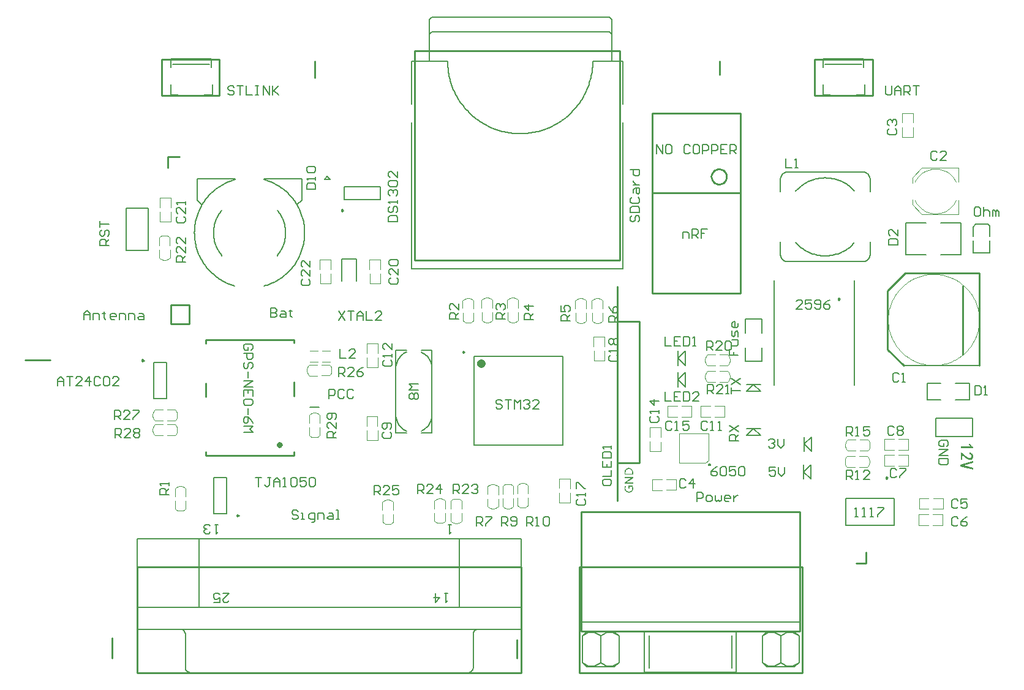
<source format=gto>
G04 Layer_Color=65535*
%FSLAX25Y25*%
%MOIN*%
G70*
G01*
G75*
%ADD55C,0.01000*%
%ADD92C,0.02362*%
%ADD93C,0.00984*%
%ADD94C,0.00787*%
%ADD95C,0.00700*%
%ADD96C,0.00800*%
%ADD97C,0.00394*%
%ADD98C,0.00400*%
%ADD99C,0.00500*%
G36*
X488536Y-153610D02*
X488556Y-153639D01*
X488595Y-153698D01*
X488644Y-153766D01*
X488712Y-153844D01*
X488790Y-153942D01*
X488878Y-154049D01*
X488975Y-154166D01*
X489083Y-154293D01*
X489200Y-154420D01*
X489473Y-154693D01*
X489776Y-154957D01*
X490108Y-155210D01*
Y-155835D01*
X483324D01*
Y-154859D01*
X488595D01*
X488585Y-154840D01*
X488527Y-154791D01*
X488478Y-154752D01*
X488429Y-154713D01*
X488370Y-154654D01*
X488312Y-154586D01*
X488243Y-154498D01*
X488165Y-154410D01*
X488087Y-154303D01*
X487999Y-154195D01*
X487921Y-154069D01*
X487834Y-153922D01*
X487736Y-153766D01*
X487648Y-153600D01*
X488527D01*
X488536Y-153610D01*
D02*
G37*
G36*
X488292Y-158051D02*
X488341Y-158060D01*
X488409Y-158090D01*
X488487Y-158119D01*
X488585Y-158158D01*
X488800Y-158256D01*
X489044Y-158373D01*
X489278Y-158509D01*
X489493Y-158675D01*
X489590Y-158763D01*
X489678Y-158851D01*
X489688Y-158861D01*
X489698Y-158870D01*
X489717Y-158900D01*
X489747Y-158939D01*
X489776Y-158987D01*
X489815Y-159046D01*
X489893Y-159183D01*
X489971Y-159358D01*
X490049Y-159554D01*
X490108Y-159778D01*
X490137Y-160022D01*
Y-160042D01*
X490147Y-160090D01*
Y-160169D01*
Y-160266D01*
Y-160383D01*
Y-160500D01*
X490117Y-160754D01*
Y-160774D01*
X490108Y-160813D01*
X490088Y-160871D01*
X490059Y-160959D01*
X490020Y-161057D01*
X489971Y-161174D01*
X489913Y-161291D01*
X489834Y-161418D01*
X489825Y-161437D01*
X489795Y-161476D01*
X489737Y-161545D01*
X489669Y-161623D01*
X489571Y-161711D01*
X489454Y-161808D01*
X489317Y-161906D01*
X489161Y-161994D01*
X489141Y-162003D01*
X489083Y-162033D01*
X488985Y-162062D01*
X488868Y-162101D01*
X488712Y-162130D01*
X488527Y-162160D01*
X488331Y-162169D01*
X488107Y-162160D01*
X488078D01*
X488048Y-162150D01*
X487999Y-162140D01*
X487941Y-162130D01*
X487873Y-162111D01*
X487785Y-162091D01*
X487697Y-162062D01*
X487590Y-162033D01*
X487482Y-161984D01*
X487238Y-161876D01*
X487102Y-161818D01*
X486955Y-161740D01*
X486809Y-161652D01*
X486653Y-161554D01*
X486643Y-161545D01*
X486614Y-161525D01*
X486565Y-161496D01*
X486496Y-161447D01*
X486409Y-161379D01*
X486301Y-161301D01*
X486174Y-161203D01*
X486038Y-161096D01*
X485872Y-160959D01*
X485686Y-160813D01*
X485491Y-160647D01*
X485267Y-160451D01*
X485033Y-160247D01*
X484779Y-160022D01*
X484505Y-159768D01*
X484213Y-159495D01*
Y-162257D01*
X483324D01*
Y-158187D01*
X483607D01*
X483637Y-158197D01*
X483686D01*
X483734Y-158217D01*
X483793Y-158226D01*
X483949Y-158275D01*
X484115Y-158334D01*
X484291Y-158431D01*
X484476Y-158568D01*
X484574Y-158646D01*
X484662Y-158734D01*
X484671Y-158744D01*
X484681Y-158753D01*
X484710Y-158783D01*
X484749Y-158822D01*
X484798Y-158870D01*
X484867Y-158939D01*
X484935Y-159007D01*
X485023Y-159085D01*
X485120Y-159173D01*
X485228Y-159271D01*
X485345Y-159368D01*
X485472Y-159485D01*
X485618Y-159602D01*
X485765Y-159729D01*
X485930Y-159866D01*
X486106Y-160003D01*
X486116Y-160012D01*
X486145Y-160032D01*
X486204Y-160071D01*
X486262Y-160129D01*
X486350Y-160188D01*
X486438Y-160256D01*
X486545Y-160334D01*
X486653Y-160413D01*
X486897Y-160578D01*
X487141Y-160735D01*
X487375Y-160871D01*
X487492Y-160930D01*
X487590Y-160979D01*
X487599D01*
X487609Y-160988D01*
X487638Y-160998D01*
X487677Y-161018D01*
X487775Y-161047D01*
X487892Y-161086D01*
X488029Y-161115D01*
X488175Y-161144D01*
X488322Y-161154D01*
X488458Y-161144D01*
X488478D01*
X488517Y-161135D01*
X488585Y-161115D01*
X488663Y-161086D01*
X488751Y-161047D01*
X488849Y-160988D01*
X488946Y-160910D01*
X489034Y-160822D01*
X489044Y-160813D01*
X489073Y-160774D01*
X489102Y-160715D01*
X489141Y-160637D01*
X489181Y-160549D01*
X489210Y-160432D01*
X489220Y-160315D01*
Y-160178D01*
Y-160159D01*
X489210Y-160120D01*
X489190Y-160042D01*
X489171Y-159954D01*
X489132Y-159846D01*
X489083Y-159729D01*
X489015Y-159602D01*
X488927Y-159476D01*
X488917Y-159456D01*
X488878Y-159417D01*
X488819Y-159358D01*
X488731Y-159280D01*
X488624Y-159193D01*
X488478Y-159105D01*
X488312Y-159007D01*
X488107Y-158929D01*
X488243Y-158031D01*
X488253D01*
X488292Y-158051D01*
D02*
G37*
G36*
X490030Y-163907D02*
X485159Y-165205D01*
X490030Y-166503D01*
Y-167606D01*
X483207Y-165663D01*
Y-164746D01*
X490030Y-162804D01*
Y-163907D01*
D02*
G37*
G36*
X304695Y-176251D02*
X304703Y-176275D01*
X304719Y-176314D01*
X304750Y-176360D01*
X304773Y-176431D01*
X304805Y-176509D01*
X304844Y-176595D01*
X304875Y-176696D01*
X304914Y-176806D01*
X304945Y-176923D01*
X304984Y-177056D01*
X305008Y-177188D01*
X305055Y-177485D01*
X305063Y-177634D01*
X305070Y-177798D01*
Y-177805D01*
Y-177844D01*
X305063Y-177891D01*
Y-177962D01*
X305055Y-178048D01*
X305039Y-178141D01*
X305016Y-178251D01*
X304992Y-178368D01*
X304961Y-178493D01*
X304914Y-178625D01*
X304867Y-178758D01*
X304805Y-178891D01*
X304734Y-179024D01*
X304648Y-179156D01*
X304555Y-179281D01*
X304446Y-179399D01*
X304438Y-179406D01*
X304414Y-179422D01*
X304383Y-179453D01*
X304328Y-179492D01*
X304266Y-179539D01*
X304196Y-179586D01*
X304102Y-179641D01*
X304000Y-179695D01*
X303891Y-179758D01*
X303766Y-179813D01*
X303625Y-179859D01*
X303477Y-179906D01*
X303313Y-179945D01*
X303149Y-179977D01*
X302962Y-179992D01*
X302774Y-180000D01*
X302727D01*
X302673Y-179992D01*
X302594D01*
X302509Y-179977D01*
X302399Y-179961D01*
X302282Y-179945D01*
X302157Y-179914D01*
X302024Y-179883D01*
X301884Y-179836D01*
X301735Y-179781D01*
X301595Y-179719D01*
X301447Y-179641D01*
X301306Y-179555D01*
X301165Y-179453D01*
X301032Y-179336D01*
X301025Y-179328D01*
X301001Y-179305D01*
X300970Y-179266D01*
X300923Y-179211D01*
X300876Y-179149D01*
X300814Y-179071D01*
X300751Y-178977D01*
X300689Y-178868D01*
X300626Y-178750D01*
X300564Y-178618D01*
X300501Y-178477D01*
X300455Y-178321D01*
X300408Y-178157D01*
X300377Y-177985D01*
X300353Y-177805D01*
X300345Y-177610D01*
Y-177602D01*
Y-177579D01*
Y-177540D01*
Y-177485D01*
X300353Y-177423D01*
X300361Y-177345D01*
Y-177267D01*
X300377Y-177173D01*
X300400Y-176978D01*
X300447Y-176767D01*
X300501Y-176556D01*
X300580Y-176353D01*
X301220D01*
X301212Y-176360D01*
X301204Y-176376D01*
X301189Y-176407D01*
X301165Y-176454D01*
X301142Y-176501D01*
X301111Y-176571D01*
X301079Y-176642D01*
X301040Y-176728D01*
X301009Y-176813D01*
X300978Y-176915D01*
X300947Y-177024D01*
X300923Y-177141D01*
X300884Y-177392D01*
X300869Y-177524D01*
Y-177665D01*
Y-177673D01*
Y-177696D01*
Y-177735D01*
X300876Y-177790D01*
X300884Y-177852D01*
X300892Y-177930D01*
X300908Y-178008D01*
X300931Y-178102D01*
X300993Y-178297D01*
X301032Y-178399D01*
X301087Y-178500D01*
X301142Y-178602D01*
X301212Y-178703D01*
X301290Y-178805D01*
X301384Y-178899D01*
X301392Y-178907D01*
X301407Y-178922D01*
X301439Y-178946D01*
X301478Y-178969D01*
X301524Y-179008D01*
X301587Y-179047D01*
X301657Y-179094D01*
X301743Y-179133D01*
X301837Y-179180D01*
X301939Y-179227D01*
X302048Y-179266D01*
X302165Y-179297D01*
X302298Y-179328D01*
X302438Y-179352D01*
X302579Y-179367D01*
X302735Y-179375D01*
X302821D01*
X302876Y-179367D01*
X302946Y-179360D01*
X303032Y-179352D01*
X303126Y-179336D01*
X303227Y-179321D01*
X303438Y-179266D01*
X303547Y-179227D01*
X303664Y-179188D01*
X303774Y-179133D01*
X303875Y-179078D01*
X303977Y-179008D01*
X304071Y-178930D01*
X304078Y-178922D01*
X304094Y-178907D01*
X304117Y-178883D01*
X304141Y-178852D01*
X304180Y-178805D01*
X304219Y-178750D01*
X304266Y-178688D01*
X304305Y-178610D01*
X304352Y-178532D01*
X304399Y-178438D01*
X304438Y-178344D01*
X304469Y-178235D01*
X304500Y-178118D01*
X304524Y-177993D01*
X304539Y-177868D01*
X304547Y-177727D01*
Y-177719D01*
Y-177704D01*
Y-177673D01*
Y-177641D01*
X304539Y-177594D01*
Y-177540D01*
X304524Y-177423D01*
X304500Y-177282D01*
X304461Y-177134D01*
X304414Y-176978D01*
X304352Y-176837D01*
X303110D01*
Y-177829D01*
X302587D01*
Y-176243D01*
X304688D01*
X304695Y-176251D01*
D02*
G37*
G36*
X302759Y-166543D02*
X302829D01*
X302923Y-166559D01*
X303024Y-166575D01*
X303141Y-166590D01*
X303266Y-166621D01*
X303399Y-166660D01*
X303539Y-166707D01*
X303680Y-166762D01*
X303821Y-166832D01*
X303961Y-166910D01*
X304102Y-167004D01*
X304235Y-167106D01*
X304360Y-167231D01*
X304367Y-167238D01*
X304383Y-167262D01*
X304422Y-167301D01*
X304461Y-167356D01*
X304508Y-167426D01*
X304563Y-167504D01*
X304617Y-167605D01*
X304680Y-167715D01*
X304742Y-167840D01*
X304797Y-167973D01*
X304852Y-168113D01*
X304899Y-168277D01*
X304938Y-168441D01*
X304969Y-168621D01*
X304992Y-168816D01*
X305000Y-169011D01*
Y-170269D01*
X300415D01*
Y-168965D01*
Y-168949D01*
Y-168918D01*
Y-168863D01*
X300423Y-168793D01*
X300431Y-168699D01*
X300447Y-168597D01*
X300470Y-168480D01*
X300494Y-168355D01*
X300525Y-168222D01*
X300564Y-168082D01*
X300611Y-167941D01*
X300673Y-167793D01*
X300744Y-167652D01*
X300822Y-167504D01*
X300915Y-167363D01*
X301025Y-167231D01*
X301032Y-167223D01*
X301056Y-167199D01*
X301087Y-167168D01*
X301134Y-167121D01*
X301197Y-167067D01*
X301275Y-167012D01*
X301361Y-166949D01*
X301454Y-166879D01*
X301571Y-166817D01*
X301689Y-166754D01*
X301821Y-166700D01*
X301970Y-166645D01*
X302126Y-166598D01*
X302290Y-166567D01*
X302470Y-166543D01*
X302657Y-166536D01*
X302704D01*
X302759Y-166543D01*
D02*
G37*
G36*
X305000Y-172159D02*
X301439Y-174455D01*
X301431Y-174463D01*
X301415Y-174470D01*
X301384Y-174486D01*
X301345Y-174510D01*
X301243Y-174564D01*
X301134Y-174611D01*
Y-174635D01*
X301142D01*
X301165Y-174627D01*
X301212D01*
X301275Y-174619D01*
X301361Y-174611D01*
X301470D01*
X301610Y-174603D01*
X305000D01*
Y-175197D01*
X300415D01*
Y-174447D01*
X303922Y-172213D01*
X303930Y-172206D01*
X303961Y-172190D01*
X304008Y-172159D01*
X304055Y-172127D01*
X304156Y-172065D01*
X304203Y-172042D01*
X304235Y-172026D01*
Y-172018D01*
X304196D01*
X304149Y-172026D01*
X304078D01*
X303985Y-172034D01*
X303875D01*
X303735Y-172042D01*
X300415D01*
Y-171448D01*
X305000D01*
Y-172159D01*
D02*
G37*
%LPC*%
G36*
X302665Y-167160D02*
X302579D01*
X302524Y-167168D01*
X302454Y-167176D01*
X302368Y-167184D01*
X302282Y-167199D01*
X302181Y-167223D01*
X301970Y-167285D01*
X301868Y-167324D01*
X301759Y-167371D01*
X301657Y-167434D01*
X301556Y-167504D01*
X301462Y-167582D01*
X301376Y-167668D01*
X301368Y-167676D01*
X301361Y-167691D01*
X301337Y-167723D01*
X301306Y-167762D01*
X301275Y-167809D01*
X301236Y-167871D01*
X301197Y-167941D01*
X301157Y-168019D01*
X301118Y-168113D01*
X301079Y-168207D01*
X301040Y-168316D01*
X301009Y-168433D01*
X300978Y-168558D01*
X300954Y-168699D01*
X300947Y-168840D01*
X300939Y-168988D01*
Y-169675D01*
X304477D01*
Y-169011D01*
Y-169003D01*
Y-168972D01*
Y-168925D01*
X304469Y-168871D01*
X304461Y-168793D01*
X304453Y-168715D01*
X304438Y-168621D01*
X304414Y-168519D01*
X304360Y-168301D01*
X304321Y-168184D01*
X304274Y-168074D01*
X304219Y-167957D01*
X304156Y-167855D01*
X304086Y-167746D01*
X304000Y-167652D01*
X303993Y-167645D01*
X303977Y-167629D01*
X303954Y-167605D01*
X303914Y-167574D01*
X303860Y-167535D01*
X303805Y-167496D01*
X303735Y-167449D01*
X303657Y-167403D01*
X303563Y-167363D01*
X303461Y-167317D01*
X303352Y-167278D01*
X303235Y-167238D01*
X303110Y-167207D01*
X302969Y-167184D01*
X302821Y-167168D01*
X302665Y-167160D01*
D02*
G37*
%LPD*%
D55*
X355965Y-7949D02*
X355844Y-6949D01*
X355487Y-6008D01*
X354915Y-5179D01*
X354161Y-4512D01*
X353270Y-4044D01*
X352292Y-3803D01*
X351286D01*
X350308Y-4044D01*
X349417Y-4512D01*
X348663Y-5179D01*
X348091Y-6008D01*
X347734Y-6949D01*
X347613Y-7949D01*
X347734Y-8948D01*
X348091Y-9890D01*
X348663Y-10718D01*
X349417Y-11386D01*
X350308Y-11854D01*
X351286Y-12094D01*
X352292D01*
X353270Y-11854D01*
X354161Y-11386D01*
X354915Y-10718D01*
X355487Y-9889D01*
X355844Y-8948D01*
X355965Y-7949D01*
X113100Y-153900D02*
X112350Y-153467D01*
Y-154333D01*
X113100Y-153900D01*
X113718D02*
X113297Y-153026D01*
X112351Y-152810D01*
X111593Y-153415D01*
Y-154385D01*
X112351Y-154990D01*
X113297Y-154774D01*
X113718Y-153900D01*
X53364Y-77900D02*
X63600D01*
X53364Y-88136D02*
Y-77900D01*
Y-88136D02*
X63600D01*
Y-77900D01*
X315600Y-71500D02*
X363600D01*
Y26500D01*
X315600D02*
X363600D01*
X315600Y-71500D02*
Y26500D01*
X315800Y-16900D02*
X363600D01*
X21483Y-270165D02*
X21500Y-259000D01*
X275814Y-278039D02*
X397074D01*
Y-220558D01*
X275814D02*
X397074D01*
X275814Y-278039D02*
Y-220558D01*
X35066Y-278039D02*
X244121D01*
Y-220558D01*
X35066D02*
X244121D01*
X35066Y-278039D02*
Y-220558D01*
X403964Y55898D02*
X435460D01*
Y36213D02*
Y55898D01*
X403964Y36213D02*
X435460D01*
X403964D02*
Y55898D01*
X352192Y47600D02*
Y54717D01*
X186050Y-53550D02*
X297861D01*
Y60623D01*
X186050D02*
X297861D01*
X186050Y-53550D02*
Y60623D01*
X131700Y45700D02*
X131719Y54717D01*
X48452Y55898D02*
X79948D01*
X48452Y36213D02*
Y55898D01*
Y36213D02*
X79948D01*
Y55898D01*
X241956Y-270165D02*
Y-260000D01*
X-25761Y-107724D02*
X-12300Y-107700D01*
X51956Y-3100D02*
Y2926D01*
X426500Y-218373D02*
X431956D01*
X51956Y2926D02*
X58200D01*
X431956Y-218373D02*
Y-212500D01*
X395900Y-255400D02*
Y-190400D01*
X276900D02*
X395900D01*
X276900Y-255400D02*
Y-190400D01*
Y-255400D02*
X395900D01*
X120600Y-159790D02*
Y-157900D01*
Y-127400D02*
Y-119900D01*
Y-98400D02*
Y-96821D01*
X72600D02*
X120600D01*
X72600Y-159821D02*
X120632D01*
X72600Y-98900D02*
Y-96821D01*
Y-159821D02*
Y-157900D01*
Y-127900D02*
Y-120400D01*
X484400Y-104900D02*
Y-67400D01*
X493403Y-110900D02*
Y-60600D01*
X453300D02*
X493403D01*
X443600Y-70300D02*
X453300Y-60600D01*
X443600Y-102100D02*
Y-70300D01*
Y-102100D02*
X452400Y-110900D01*
X493400D02*
X493403Y-110897D01*
X308100Y-163900D02*
X308600D01*
Y-86900D01*
X296600D02*
X308600D01*
X296600Y-163900D02*
X308600D01*
X296600Y-184400D02*
Y-67900D01*
D92*
X223505Y-109624D02*
X223061Y-108701D01*
X222062Y-108473D01*
X221260Y-109112D01*
Y-110137D01*
X222062Y-110776D01*
X223061Y-110548D01*
X223505Y-109624D01*
D93*
X213171Y-103522D02*
X212433Y-103096D01*
Y-103948D01*
X213171Y-103522D01*
X90341Y-192546D02*
X89603Y-192120D01*
Y-192973D01*
X90341Y-192546D01*
X147246Y-26349D02*
X146508Y-25923D01*
Y-26775D01*
X147246Y-26349D01*
X38643Y-108054D02*
X37905Y-107627D01*
Y-108480D01*
X38643Y-108054D01*
X443547Y-171896D02*
X442809Y-171470D01*
Y-172322D01*
X443547Y-171896D01*
X417478Y-74565D02*
X416740Y-74139D01*
Y-74992D01*
X417478Y-74565D01*
D94*
X215278Y-278022D02*
X216325Y-277814D01*
X217213Y-277221D01*
X217806Y-276333D01*
X218014Y-275286D01*
X61341Y-257156D02*
X61133Y-256109D01*
X60540Y-255221D01*
X59652Y-254628D01*
X58605Y-254420D01*
X220770D02*
X219723Y-254628D01*
X218835Y-255221D01*
X218242Y-256109D01*
X218034Y-257156D01*
X61361Y-275286D02*
X61569Y-276333D01*
X62162Y-277221D01*
X63050Y-277814D01*
X64097Y-278022D01*
X189700Y-146569D02*
X190619Y-146101D01*
X191484Y-145540D01*
X192285Y-144892D01*
X193014Y-144164D01*
X193663Y-143363D01*
X194225Y-142499D01*
X194693Y-141580D01*
X195063Y-140618D01*
X195330Y-139622D01*
X195491Y-138604D01*
X195545Y-137575D01*
X195543Y-112569D02*
X195489Y-111539D01*
X195327Y-110521D01*
X195060Y-109526D01*
X194691Y-108563D01*
X194222Y-107645D01*
X193661Y-106781D01*
X193012Y-105980D01*
X192282Y-105251D01*
X191481Y-104603D01*
X190616Y-104042D01*
X189697Y-103575D01*
X175909Y-137570D02*
X175952Y-138601D01*
X176103Y-139622D01*
X176360Y-140621D01*
X176721Y-141589D01*
X177180Y-142513D01*
X177734Y-143384D01*
X178376Y-144192D01*
X179099Y-144928D01*
X179896Y-145585D01*
X180756Y-146154D01*
X181672Y-146631D01*
X181666Y-103494D02*
X180747Y-103969D01*
X179882Y-104538D01*
X179082Y-105194D01*
X178355Y-105931D01*
X177710Y-106741D01*
X177153Y-107613D01*
X176691Y-108539D01*
X176329Y-109509D01*
X176070Y-110511D01*
X175918Y-111535D01*
X175875Y-112568D01*
X430191Y-54309D02*
X431179Y-54179D01*
X432100Y-53798D01*
X432891Y-53191D01*
X433498Y-52400D01*
X433879Y-51479D01*
X434009Y-50491D01*
Y-9309D02*
X433879Y-8321D01*
X433498Y-7400D01*
X432891Y-6609D01*
X432100Y-6002D01*
X431179Y-5621D01*
X430191Y-5491D01*
X389009D02*
X388021Y-5621D01*
X387100Y-6002D01*
X386309Y-6609D01*
X385702Y-7400D01*
X385321Y-8321D01*
X385191Y-9309D01*
Y-50491D02*
X385321Y-51479D01*
X385702Y-52400D01*
X386309Y-53191D01*
X387100Y-53798D01*
X388021Y-54179D01*
X389009Y-54309D01*
X425600Y-15900D02*
X424919Y-15159D01*
X424205Y-14451D01*
X423457Y-13777D01*
X422679Y-13139D01*
X421871Y-12539D01*
X421036Y-11978D01*
X420176Y-11457D01*
X419291Y-10977D01*
X418385Y-10540D01*
X417459Y-10146D01*
X416516Y-9796D01*
X415557Y-9492D01*
X414584Y-9233D01*
X413601Y-9020D01*
X412609Y-8854D01*
X411610Y-8735D01*
X410606Y-8664D01*
X409600Y-8640D01*
X408594Y-8664D01*
X407590Y-8735D01*
X406591Y-8854D01*
X405599Y-9020D01*
X404615Y-9233D01*
X403643Y-9492D01*
X402684Y-9796D01*
X401741Y-10146D01*
X400815Y-10540D01*
X399909Y-10977D01*
X399025Y-11457D01*
X398164Y-11978D01*
X397329Y-12539D01*
X396521Y-13139D01*
X395743Y-13777D01*
X394995Y-14451D01*
X394281Y-15159D01*
X393600Y-15900D01*
Y-43900D02*
X394281Y-44641D01*
X394995Y-45349D01*
X395743Y-46023D01*
X396521Y-46661D01*
X397329Y-47261D01*
X398164Y-47822D01*
X399025Y-48343D01*
X399909Y-48823D01*
X400815Y-49260D01*
X401741Y-49654D01*
X402684Y-50004D01*
X403643Y-50308D01*
X404615Y-50567D01*
X405599Y-50780D01*
X406591Y-50946D01*
X407590Y-51065D01*
X408594Y-51136D01*
X409600Y-51160D01*
X410606Y-51136D01*
X411610Y-51065D01*
X412609Y-50946D01*
X413601Y-50780D01*
X414584Y-50567D01*
X415557Y-50308D01*
X416516Y-50004D01*
X417459Y-49654D01*
X418385Y-49260D01*
X419291Y-48823D01*
X420176Y-48343D01*
X421036Y-47822D01*
X421871Y-47261D01*
X422679Y-46661D01*
X423457Y-46023D01*
X424205Y-45349D01*
X424919Y-44641D01*
X425600Y-43900D01*
X204100Y54900D02*
X204113Y53899D01*
X204151Y52899D01*
X204214Y51901D01*
X204303Y50904D01*
X204416Y49910D01*
X204556Y48919D01*
X204720Y47931D01*
X204909Y46949D01*
X205122Y45971D01*
X205361Y44999D01*
X205624Y44034D01*
X205911Y43075D01*
X206223Y42124D01*
X206559Y41181D01*
X206918Y40247D01*
X207301Y39323D01*
X207707Y38408D01*
X208137Y37504D01*
X208589Y36612D01*
X209063Y35730D01*
X209560Y34862D01*
X210079Y34006D01*
X210619Y33163D01*
X211180Y32335D01*
X211762Y31521D01*
X212364Y30722D01*
X212987Y29938D01*
X213629Y29171D01*
X214290Y28420D01*
X214971Y27686D01*
X215669Y26969D01*
X216386Y26271D01*
X217120Y25590D01*
X217871Y24929D01*
X218638Y24287D01*
X219422Y23664D01*
X220221Y23062D01*
X221035Y22480D01*
X221864Y21919D01*
X222706Y21378D01*
X223562Y20860D01*
X224431Y20363D01*
X225312Y19889D01*
X226204Y19437D01*
X227108Y19007D01*
X228023Y18601D01*
X228947Y18218D01*
X229882Y17859D01*
X230824Y17523D01*
X231775Y17211D01*
X232734Y16924D01*
X233699Y16661D01*
X234671Y16422D01*
X235649Y16209D01*
X236631Y16020D01*
X237619Y15856D01*
X238610Y15717D01*
X239604Y15603D01*
X240601Y15514D01*
X241599Y15451D01*
X242599Y15413D01*
X243600Y15400D01*
X244601Y15413D01*
X245601Y15451D01*
X246599Y15514D01*
X247596Y15603D01*
X248590Y15717D01*
X249581Y15856D01*
X250569Y16019D01*
X251551Y16208D01*
X252529Y16422D01*
X253501Y16661D01*
X254466Y16924D01*
X255425Y17211D01*
X256376Y17523D01*
X257318Y17859D01*
X258252Y18218D01*
X259177Y18601D01*
X260091Y19007D01*
X260995Y19437D01*
X261888Y19889D01*
X262769Y20363D01*
X263638Y20860D01*
X264494Y21378D01*
X265336Y21918D01*
X266165Y22480D01*
X266979Y23062D01*
X267778Y23664D01*
X268562Y24287D01*
X269329Y24929D01*
X270080Y25590D01*
X270814Y26270D01*
X271531Y26969D01*
X272229Y27686D01*
X272909Y28420D01*
X273571Y29171D01*
X274213Y29938D01*
X274835Y30722D01*
X275438Y31521D01*
X276020Y32335D01*
X276581Y33163D01*
X277121Y34006D01*
X277640Y34861D01*
X278136Y35730D01*
X278611Y36611D01*
X279063Y37504D01*
X279492Y38408D01*
X279899Y39323D01*
X280282Y40247D01*
X280641Y41181D01*
X280977Y42124D01*
X281288Y43075D01*
X281576Y44033D01*
X281839Y44999D01*
X282078Y45971D01*
X282291Y46948D01*
X282480Y47931D01*
X282644Y48918D01*
X282783Y49909D01*
X282897Y50903D01*
X282986Y51900D01*
X283049Y52899D01*
X283087Y53899D01*
X283100Y54899D01*
X218387Y-154113D02*
X266813D01*
X218387Y-105687D02*
X266813D01*
Y-154113D02*
Y-105687D01*
X218387Y-154113D02*
Y-105687D01*
X35160Y-242589D02*
X244215D01*
X218034Y-275266D02*
Y-257156D01*
X61341Y-275266D02*
Y-257156D01*
X64097Y-278022D02*
X215278D01*
X210554Y-242589D02*
Y-205187D01*
X35160Y-254400D02*
X244215D01*
X68821Y-242589D02*
Y-205187D01*
X35160D02*
X244215D01*
Y-254400D02*
Y-205187D01*
X35160Y-254400D02*
Y-205187D01*
X366100Y-85500D02*
X375100D01*
X366100Y-108500D02*
X375100D01*
X366100Y-93000D02*
Y-85500D01*
X375100Y-93000D02*
Y-85500D01*
Y-108500D02*
Y-101000D01*
X366100Y-108500D02*
Y-101000D01*
X465100Y-129400D02*
Y-120400D01*
X488100Y-129400D02*
Y-120400D01*
X465100Y-129400D02*
X472600D01*
X465100Y-120400D02*
X472600D01*
X480600D02*
X488100D01*
X480600Y-129400D02*
X488100D01*
X453600Y-50561D02*
Y-33239D01*
X483600Y-50561D02*
Y-33239D01*
X472600Y-50561D02*
X483600D01*
X453600D02*
X464600D01*
X472600Y-33239D02*
X483600D01*
X453600D02*
X464600D01*
X175841Y-102556D02*
X181700D01*
X189700D02*
X195526D01*
X175841Y-147508D02*
X181700D01*
X189700D02*
X195526D01*
X175841D02*
Y-102556D01*
X195539Y-147508D02*
Y-102556D01*
X154600Y-64900D02*
Y-52900D01*
X146600D02*
X154600D01*
X146600Y-64900D02*
Y-52900D01*
X76857Y-171858D02*
X83943D01*
X76857Y-191542D02*
X83943D01*
X76857D02*
Y-171858D01*
X83943Y-191542D02*
Y-171858D01*
X167443Y-20443D02*
Y-13357D01*
X147757Y-20443D02*
Y-13357D01*
X167443D01*
X147757Y-20443D02*
X167443D01*
X44057Y-128743D02*
X51143D01*
X44057Y-109057D02*
X51143D01*
Y-128743D02*
Y-109057D01*
X44057Y-128743D02*
Y-109057D01*
X420811Y-197683D02*
X447189D01*
X420811D02*
Y-183117D01*
X447189D01*
Y-197683D02*
Y-183117D01*
X452400Y-110900D02*
X493400D01*
X469700Y-139600D02*
X489700D01*
X469700Y-149600D02*
Y-139600D01*
Y-149600D02*
X489700D01*
Y-139600D01*
X389009Y-54309D02*
X430191D01*
X389009Y-5491D02*
X430191D01*
X434009Y-50491D02*
Y-43581D01*
X385191Y-50491D02*
Y-43581D01*
X434009Y-16219D02*
Y-9309D01*
X385191Y-16219D02*
Y-9309D01*
X129100Y-133400D02*
X134100D01*
X194100Y77400D02*
X195600Y78900D01*
X292100D02*
X293600Y77400D01*
X292100Y70900D02*
X293600Y69400D01*
X194100D02*
X195600Y70900D01*
X184600Y54900D02*
X204100D01*
X283100D02*
X299600D01*
X184600Y-58100D02*
X243600D01*
X184600D02*
Y21400D01*
X299600Y-58100D02*
Y21400D01*
X243600Y-58100D02*
X299600D01*
X184600Y31400D02*
Y54900D01*
X299600Y31400D02*
Y54900D01*
X194100D02*
Y70900D01*
X195600D02*
X292100D01*
X293600Y54900D02*
Y70900D01*
X194100D02*
Y77400D01*
X195600Y78900D02*
X292100D01*
X293600Y70900D02*
Y77400D01*
X381750Y-121416D02*
Y-64526D01*
X425450Y-121416D02*
Y-64526D01*
X409600Y53100D02*
X429600D01*
X431100Y36600D02*
Y42100D01*
X426600Y36600D02*
X431100D01*
X430600Y51600D02*
Y56100D01*
X408600D02*
X430600D01*
X408600Y51600D02*
Y56100D01*
Y36600D02*
Y42100D01*
Y36600D02*
X412600D01*
X54600Y53100D02*
X74600D01*
X76100Y36600D02*
Y42100D01*
X71600Y36600D02*
X76100D01*
X75600Y51600D02*
Y56100D01*
X53600D02*
X75600D01*
X53600Y51600D02*
Y56100D01*
Y36600D02*
Y42100D01*
Y36600D02*
X57600D01*
D95*
X81300Y-26100D02*
X80677Y-26888D01*
X80096Y-27706D01*
X79557Y-28554D01*
X79063Y-29428D01*
X78614Y-30326D01*
X78212Y-31247D01*
X77858Y-32186D01*
X77552Y-33143D01*
X77297Y-34114D01*
X77091Y-35097D01*
X76937Y-36089D01*
X76833Y-37088D01*
X76781Y-38091D01*
X76781Y-39095D01*
X76832Y-40098D01*
X76935Y-41097D01*
X77089Y-42089D01*
X77293Y-43072D01*
X77548Y-44043D01*
X77853Y-45000D01*
X78207Y-45940D01*
X78608Y-46861D01*
X79056Y-47759D01*
X79550Y-48634D01*
X80088Y-49482D01*
X80669Y-50301D01*
X81291Y-51089D01*
X111309D02*
X111931Y-50302D01*
X112511Y-49484D01*
X113049Y-48637D01*
X113542Y-47763D01*
X113990Y-46866D01*
X114391Y-45946D01*
X114744Y-45008D01*
X115049Y-44052D01*
X115304Y-43082D01*
X115509Y-42100D01*
X115664Y-41109D01*
X115767Y-40111D01*
X115819Y-39109D01*
X115819Y-38106D01*
X115768Y-37104D01*
X115666Y-36107D01*
X115512Y-35115D01*
X115308Y-34133D01*
X115053Y-33163D01*
X114749Y-32207D01*
X114397Y-31268D01*
X113996Y-30348D01*
X113549Y-29450D01*
X113056Y-28576D01*
X112520Y-27729D01*
X111940Y-26910D01*
X111319Y-26123D01*
X126300Y-38600D02*
X126283Y-37592D01*
X126232Y-36586D01*
X126148Y-35582D01*
X126030Y-34581D01*
X125878Y-33584D01*
X125693Y-32594D01*
X125474Y-31610D01*
X125223Y-30634D01*
X124939Y-29667D01*
X124623Y-28710D01*
X124275Y-27764D01*
X123895Y-26831D01*
X123484Y-25910D01*
X123043Y-25005D01*
X122571Y-24114D01*
X122070Y-23240D01*
X121539Y-22383D01*
X120980Y-21544D01*
X120393Y-20725D01*
X119779Y-19926D01*
X119139Y-19148D01*
X118473Y-18392D01*
X117781Y-17658D01*
X117066Y-16949D01*
X116327Y-16263D01*
X115565Y-15603D01*
X114782Y-14969D01*
X113978Y-14362D01*
X113154Y-13781D01*
X112311Y-13229D01*
X111449Y-12706D01*
X110571Y-12212D01*
X109677Y-11747D01*
X108767Y-11313D01*
X107843Y-10910D01*
X106907Y-10538D01*
X105958Y-10197D01*
X104999Y-9889D01*
X104030Y-9613D01*
Y-67587D02*
X104999Y-67311D01*
X105958Y-67003D01*
X106907Y-66662D01*
X107843Y-66290D01*
X108767Y-65887D01*
X109677Y-65453D01*
X110571Y-64988D01*
X111449Y-64494D01*
X112310Y-63971D01*
X113154Y-63419D01*
X113978Y-62838D01*
X114782Y-62231D01*
X115565Y-61597D01*
X116327Y-60937D01*
X117066Y-60251D01*
X117781Y-59542D01*
X118472Y-58808D01*
X119139Y-58052D01*
X119779Y-57274D01*
X120393Y-56475D01*
X120980Y-55656D01*
X121539Y-54817D01*
X122069Y-53960D01*
X122571Y-53086D01*
X123043Y-52196D01*
X123484Y-51290D01*
X123895Y-50369D01*
X124275Y-49436D01*
X124623Y-48490D01*
X124939Y-47533D01*
X125223Y-46566D01*
X125474Y-45590D01*
X125693Y-44606D01*
X125878Y-43616D01*
X126030Y-42619D01*
X126148Y-41619D01*
X126232Y-40614D01*
X126283Y-39608D01*
X126300Y-38600D01*
X88570Y-9613D02*
X87608Y-9887D01*
X86655Y-10193D01*
X85712Y-10531D01*
X84782Y-10899D01*
X83864Y-11299D01*
X82960Y-11729D01*
X82071Y-12189D01*
X81198Y-12678D01*
X80341Y-13197D01*
X79503Y-13743D01*
X78683Y-14318D01*
X77882Y-14919D01*
X77103Y-15547D01*
X76344Y-16200D01*
X75608Y-16878D01*
X74895Y-17580D01*
X74206Y-18306D01*
X73541Y-19055D01*
X72901Y-19825D01*
X72288Y-20616D01*
X71702Y-21427D01*
X71142Y-22257D01*
X70611Y-23106D01*
X70108Y-23971D01*
X69635Y-24853D01*
X69191Y-25750D01*
X68778Y-26662D01*
X68395Y-27587D01*
X68043Y-28524D01*
X67722Y-29472D01*
X67434Y-30431D01*
X67177Y-31398D01*
X66953Y-32374D01*
X66762Y-33356D01*
X66603Y-34345D01*
X66478Y-35338D01*
X66386Y-36335D01*
X66327Y-37334D01*
X66301Y-38335D01*
X66309Y-39336D01*
X66350Y-40336D01*
X66425Y-41334D01*
X66533Y-42329D01*
X66674Y-43320D01*
X66848Y-44306D01*
X67054Y-45285D01*
X67294Y-46257D01*
X67565Y-47221D01*
X67869Y-48175D01*
X68204Y-49118D01*
X68571Y-50049D01*
X68968Y-50968D01*
X69396Y-51873D01*
X69854Y-52763D01*
X70341Y-53637D01*
X70857Y-54495D01*
X71402Y-55335D01*
X71974Y-56156D01*
X72573Y-56958D01*
X73199Y-57740D01*
X73850Y-58500D01*
X74526Y-59238D01*
X75227Y-59952D01*
X75951Y-60644D01*
X76698Y-61310D01*
X77466Y-61952D01*
X78256Y-62567D01*
X79066Y-63156D01*
X79894Y-63717D01*
X80742Y-64250D01*
X81606Y-64755D01*
X82487Y-65231D01*
X83383Y-65677D01*
X84293Y-66092D01*
X85217Y-66478D01*
X86153Y-66832D01*
X87101Y-67155D01*
X88059Y-67446D01*
X122284Y-23246D02*
X124646Y-20884D01*
X67954D02*
X70217Y-23147D01*
X67954Y-20884D02*
Y-9072D01*
X88426D01*
X124646Y-20884D02*
Y-9072D01*
X104174D02*
X124646D01*
X398042Y-153600D02*
X401979Y-157537D01*
X398042Y-153600D02*
X401979Y-149663D01*
X398042Y-157537D02*
Y-149663D01*
X401979Y-157537D02*
Y-149663D01*
X397742Y-168700D02*
X401679Y-172637D01*
X397742Y-168700D02*
X401679Y-164763D01*
X397742Y-172637D02*
Y-164763D01*
X401679Y-172637D02*
Y-164763D01*
X329542Y-118500D02*
X333479Y-122437D01*
X329542Y-118500D02*
X333479Y-114563D01*
X329542Y-122437D02*
Y-114563D01*
X333479Y-122437D02*
Y-114563D01*
X329542Y-106900D02*
X333479Y-110837D01*
X329542Y-106900D02*
X333479Y-102963D01*
X329542Y-110837D02*
Y-102963D01*
X333479Y-110837D02*
Y-102963D01*
X366663Y-124979D02*
X370600Y-121042D01*
X374537Y-124979D01*
X366663Y-121042D02*
X374537D01*
X366663Y-124979D02*
X374537D01*
X366663Y-148979D02*
X370600Y-145042D01*
X374537Y-148979D01*
X366663Y-145042D02*
X374537D01*
X366663Y-148979D02*
X374537D01*
X339700Y-184900D02*
Y-179902D01*
X342199D01*
X343032Y-180735D01*
Y-182401D01*
X342199Y-183234D01*
X339700D01*
X345531Y-184900D02*
X347198D01*
X348031Y-184067D01*
Y-182401D01*
X347198Y-181568D01*
X345531D01*
X344698Y-182401D01*
Y-184067D01*
X345531Y-184900D01*
X349697Y-181568D02*
Y-184067D01*
X350530Y-184900D01*
X351363Y-184067D01*
X352196Y-184900D01*
X353029Y-184067D01*
Y-181568D01*
X357194Y-184900D02*
X355528D01*
X354695Y-184067D01*
Y-182401D01*
X355528Y-181568D01*
X357194D01*
X358027Y-182401D01*
Y-183234D01*
X354695D01*
X359694Y-181568D02*
Y-184900D01*
Y-183234D01*
X360527Y-182401D01*
X361360Y-181568D01*
X362193D01*
X122732Y-190435D02*
X121899Y-189602D01*
X120233D01*
X119400Y-190435D01*
Y-191268D01*
X120233Y-192101D01*
X121899D01*
X122732Y-192934D01*
Y-193767D01*
X121899Y-194600D01*
X120233D01*
X119400Y-193767D01*
X124398Y-194600D02*
X126065D01*
X125231D01*
Y-191268D01*
X124398D01*
X130230Y-196266D02*
X131063D01*
X131896Y-195433D01*
Y-191268D01*
X129397D01*
X128564Y-192101D01*
Y-193767D01*
X129397Y-194600D01*
X131896D01*
X133562D02*
Y-191268D01*
X136061D01*
X136894Y-192101D01*
Y-194600D01*
X139393Y-191268D02*
X141060D01*
X141893Y-192101D01*
Y-194600D01*
X139393D01*
X138560Y-193767D01*
X139393Y-192934D01*
X141893D01*
X143559Y-194600D02*
X145225D01*
X144392D01*
Y-189602D01*
X143559D01*
X-8200Y-121900D02*
Y-118568D01*
X-6534Y-116902D01*
X-4868Y-118568D01*
Y-121900D01*
Y-119401D01*
X-8200D01*
X-3202Y-116902D02*
X131D01*
X-1536D01*
Y-121900D01*
X5129D02*
X1797D01*
X5129Y-118568D01*
Y-117735D01*
X4296Y-116902D01*
X2630D01*
X1797Y-117735D01*
X9294Y-121900D02*
Y-116902D01*
X6795Y-119401D01*
X10127D01*
X15126Y-117735D02*
X14293Y-116902D01*
X12627D01*
X11794Y-117735D01*
Y-121067D01*
X12627Y-121900D01*
X14293D01*
X15126Y-121067D01*
X16792Y-117735D02*
X17625Y-116902D01*
X19291D01*
X20124Y-117735D01*
Y-121067D01*
X19291Y-121900D01*
X17625D01*
X16792Y-121067D01*
Y-117735D01*
X25122Y-121900D02*
X21790D01*
X25122Y-118568D01*
Y-117735D01*
X24290Y-116902D01*
X22623D01*
X21790Y-117735D01*
X143500Y-150000D02*
X138502D01*
Y-147501D01*
X139335Y-146668D01*
X141001D01*
X141834Y-147501D01*
Y-150000D01*
Y-148334D02*
X143500Y-146668D01*
Y-141669D02*
Y-145002D01*
X140168Y-141669D01*
X139335D01*
X138502Y-142502D01*
Y-144169D01*
X139335Y-145002D01*
X142667Y-140003D02*
X143500Y-139170D01*
Y-137504D01*
X142667Y-136671D01*
X139335D01*
X138502Y-137504D01*
Y-139170D01*
X139335Y-140003D01*
X140168D01*
X141001Y-139170D01*
Y-136671D01*
X23200Y-150100D02*
Y-145102D01*
X25699D01*
X26532Y-145935D01*
Y-147601D01*
X25699Y-148434D01*
X23200D01*
X24866D02*
X26532Y-150100D01*
X31531D02*
X28198D01*
X31531Y-146768D01*
Y-145935D01*
X30698Y-145102D01*
X29031D01*
X28198Y-145935D01*
X33197D02*
X34030Y-145102D01*
X35696D01*
X36529Y-145935D01*
Y-146768D01*
X35696Y-147601D01*
X36529Y-148434D01*
Y-149267D01*
X35696Y-150100D01*
X34030D01*
X33197Y-149267D01*
Y-148434D01*
X34030Y-147601D01*
X33197Y-146768D01*
Y-145935D01*
X34030Y-147601D02*
X35696D01*
X22700Y-140200D02*
Y-135202D01*
X25199D01*
X26032Y-136035D01*
Y-137701D01*
X25199Y-138534D01*
X22700D01*
X24366D02*
X26032Y-140200D01*
X31031D02*
X27698D01*
X31031Y-136868D01*
Y-136035D01*
X30198Y-135202D01*
X28531D01*
X27698Y-136035D01*
X32697Y-135202D02*
X36029D01*
Y-136035D01*
X32697Y-139367D01*
Y-140200D01*
X144700Y-116800D02*
Y-111802D01*
X147199D01*
X148032Y-112635D01*
Y-114301D01*
X147199Y-115134D01*
X144700D01*
X146366D02*
X148032Y-116800D01*
X153031D02*
X149698D01*
X153031Y-113468D01*
Y-112635D01*
X152198Y-111802D01*
X150531D01*
X149698Y-112635D01*
X158029Y-111802D02*
X156363Y-112635D01*
X154697Y-114301D01*
Y-115967D01*
X155530Y-116800D01*
X157196D01*
X158029Y-115967D01*
Y-115134D01*
X157196Y-114301D01*
X154697D01*
X145500Y-101902D02*
Y-106900D01*
X148832D01*
X153831D02*
X150498D01*
X153831Y-103568D01*
Y-102735D01*
X152998Y-101902D01*
X151331D01*
X150498Y-102735D01*
X139500Y-128700D02*
Y-123702D01*
X141999D01*
X142832Y-124535D01*
Y-126201D01*
X141999Y-127034D01*
X139500D01*
X147831Y-124535D02*
X146998Y-123702D01*
X145331D01*
X144498Y-124535D01*
Y-127867D01*
X145331Y-128700D01*
X146998D01*
X147831Y-127867D01*
X152829Y-124535D02*
X151996Y-123702D01*
X150330D01*
X149497Y-124535D01*
Y-127867D01*
X150330Y-128700D01*
X151996D01*
X152829Y-127867D01*
X127302Y-14900D02*
X132300D01*
Y-12401D01*
X131467Y-11568D01*
X128135D01*
X127302Y-12401D01*
Y-14900D01*
X132300Y-9902D02*
Y-8236D01*
Y-9069D01*
X127302D01*
X128135Y-9902D01*
Y-5736D02*
X127302Y-4903D01*
Y-3237D01*
X128135Y-2404D01*
X131467D01*
X132300Y-3237D01*
Y-4903D01*
X131467Y-5736D01*
X128135D01*
X97265Y-102332D02*
X98098Y-101499D01*
Y-99833D01*
X97265Y-99000D01*
X93933D01*
X93100Y-99833D01*
Y-101499D01*
X93933Y-102332D01*
X95599D01*
Y-100666D01*
X93100Y-103998D02*
X98098D01*
Y-106498D01*
X97265Y-107331D01*
X95599D01*
X94766Y-106498D01*
Y-103998D01*
X97265Y-112329D02*
X98098Y-111496D01*
Y-109830D01*
X97265Y-108997D01*
X96432D01*
X95599Y-109830D01*
Y-111496D01*
X94766Y-112329D01*
X93933D01*
X93100Y-111496D01*
Y-109830D01*
X93933Y-108997D01*
X95599Y-113995D02*
Y-117327D01*
X93100Y-118993D02*
X98098D01*
X93100Y-122326D01*
X98098D01*
Y-127324D02*
Y-123992D01*
X93100D01*
Y-127324D01*
X95599Y-123992D02*
Y-125658D01*
X98098Y-131490D02*
Y-129823D01*
X97265Y-128990D01*
X93933D01*
X93100Y-129823D01*
Y-131490D01*
X93933Y-132323D01*
X97265D01*
X98098Y-131490D01*
X95599Y-133989D02*
Y-137321D01*
X98098Y-142319D02*
X97265Y-140653D01*
X95599Y-138987D01*
X93933D01*
X93100Y-139820D01*
Y-141486D01*
X93933Y-142319D01*
X94766D01*
X95599Y-141486D01*
Y-138987D01*
X93100Y-143985D02*
X98098D01*
X96432Y-145651D01*
X98098Y-147318D01*
X93100D01*
X6200Y-85800D02*
Y-82468D01*
X7866Y-80802D01*
X9532Y-82468D01*
Y-85800D01*
Y-83301D01*
X6200D01*
X11198Y-85800D02*
Y-82468D01*
X13698D01*
X14531Y-83301D01*
Y-85800D01*
X17030Y-81635D02*
Y-82468D01*
X16197D01*
X17863D01*
X17030D01*
Y-84967D01*
X17863Y-85800D01*
X22861D02*
X21195D01*
X20362Y-84967D01*
Y-83301D01*
X21195Y-82468D01*
X22861D01*
X23694Y-83301D01*
Y-84134D01*
X20362D01*
X25361Y-85800D02*
Y-82468D01*
X27860D01*
X28693Y-83301D01*
Y-85800D01*
X30359D02*
Y-82468D01*
X32858D01*
X33691Y-83301D01*
Y-85800D01*
X36190Y-82468D02*
X37856D01*
X38690Y-83301D01*
Y-85800D01*
X36190D01*
X35357Y-84967D01*
X36190Y-84134D01*
X38690D01*
X87832Y40565D02*
X86999Y41398D01*
X85333D01*
X84500Y40565D01*
Y39732D01*
X85333Y38899D01*
X86999D01*
X87832Y38066D01*
Y37233D01*
X86999Y36400D01*
X85333D01*
X84500Y37233D01*
X89498Y41398D02*
X92831D01*
X91164D01*
Y36400D01*
X94497Y41398D02*
Y36400D01*
X97829D01*
X99495Y41398D02*
X101161D01*
X100328D01*
Y36400D01*
X99495D01*
X101161D01*
X103661D02*
Y41398D01*
X106993Y36400D01*
Y41398D01*
X108659D02*
Y36400D01*
Y38066D01*
X111991Y41398D01*
X109492Y38899D01*
X111991Y36400D01*
X164000Y-181300D02*
Y-176302D01*
X166499D01*
X167332Y-177135D01*
Y-178801D01*
X166499Y-179634D01*
X164000D01*
X165666D02*
X167332Y-181300D01*
X172331D02*
X168998D01*
X172331Y-177968D01*
Y-177135D01*
X171498Y-176302D01*
X169831D01*
X168998Y-177135D01*
X177329Y-176302D02*
X173997D01*
Y-178801D01*
X175663Y-177968D01*
X176496D01*
X177329Y-178801D01*
Y-180467D01*
X176496Y-181300D01*
X174830D01*
X173997Y-180467D01*
X187800Y-180600D02*
Y-175602D01*
X190299D01*
X191132Y-176435D01*
Y-178101D01*
X190299Y-178934D01*
X187800D01*
X189466D02*
X191132Y-180600D01*
X196131D02*
X192798D01*
X196131Y-177268D01*
Y-176435D01*
X195298Y-175602D01*
X193631D01*
X192798Y-176435D01*
X200296Y-180600D02*
Y-175602D01*
X197797Y-178101D01*
X201129D01*
X207200Y-180600D02*
Y-175602D01*
X209699D01*
X210532Y-176435D01*
Y-178101D01*
X209699Y-178934D01*
X207200D01*
X208866D02*
X210532Y-180600D01*
X215531D02*
X212198D01*
X215531Y-177268D01*
Y-176435D01*
X214698Y-175602D01*
X213031D01*
X212198Y-176435D01*
X217197D02*
X218030Y-175602D01*
X219696D01*
X220529Y-176435D01*
Y-177268D01*
X219696Y-178101D01*
X218863D01*
X219696D01*
X220529Y-178934D01*
Y-179767D01*
X219696Y-180600D01*
X218030D01*
X217197Y-179767D01*
X332100Y-41400D02*
Y-38068D01*
X334599D01*
X335432Y-38901D01*
Y-41400D01*
X337098D02*
Y-36402D01*
X339598D01*
X340431Y-37235D01*
Y-38901D01*
X339598Y-39734D01*
X337098D01*
X338765D02*
X340431Y-41400D01*
X345429Y-36402D02*
X342097D01*
Y-38901D01*
X343763D01*
X342097D01*
Y-41400D01*
X171902Y-32500D02*
X176900D01*
Y-30001D01*
X176067Y-29168D01*
X172735D01*
X171902Y-30001D01*
Y-32500D01*
X172735Y-24169D02*
X171902Y-25002D01*
Y-26669D01*
X172735Y-27502D01*
X173568D01*
X174401Y-26669D01*
Y-25002D01*
X175234Y-24169D01*
X176067D01*
X176900Y-25002D01*
Y-26669D01*
X176067Y-27502D01*
X176900Y-22503D02*
Y-20837D01*
Y-21670D01*
X171902D01*
X172735Y-22503D01*
Y-18338D02*
X171902Y-17505D01*
Y-15839D01*
X172735Y-15006D01*
X173568D01*
X174401Y-15839D01*
Y-16672D01*
Y-15839D01*
X175234Y-15006D01*
X176067D01*
X176900Y-15839D01*
Y-17505D01*
X176067Y-18338D01*
X172735Y-13340D02*
X171902Y-12506D01*
Y-10840D01*
X172735Y-10007D01*
X176067D01*
X176900Y-10840D01*
Y-12506D01*
X176067Y-13340D01*
X172735D01*
X176900Y-5009D02*
Y-8341D01*
X173568Y-5009D01*
X172735D01*
X171902Y-5842D01*
Y-7508D01*
X172735Y-8341D01*
X425800Y-193100D02*
X427466D01*
X426633D01*
Y-188102D01*
X425800Y-188935D01*
X429965Y-193100D02*
X431632D01*
X430798D01*
Y-188102D01*
X429965Y-188935D01*
X434131Y-193100D02*
X435797D01*
X434964D01*
Y-188102D01*
X434131Y-188935D01*
X438296Y-188102D02*
X441628D01*
Y-188935D01*
X438296Y-192267D01*
Y-193100D01*
X107700Y-79502D02*
Y-84500D01*
X110199D01*
X111032Y-83667D01*
Y-82834D01*
X110199Y-82001D01*
X107700D01*
X110199D01*
X111032Y-81168D01*
Y-80335D01*
X110199Y-79502D01*
X107700D01*
X113531Y-81168D02*
X115198D01*
X116031Y-82001D01*
Y-84500D01*
X113531D01*
X112698Y-83667D01*
X113531Y-82834D01*
X116031D01*
X118530Y-80335D02*
Y-81168D01*
X117697D01*
X119363D01*
X118530D01*
Y-83667D01*
X119363Y-84500D01*
X449732Y-115635D02*
X448899Y-114802D01*
X447233D01*
X446400Y-115635D01*
Y-118967D01*
X447233Y-119800D01*
X448899D01*
X449732Y-118967D01*
X451398Y-119800D02*
X453064D01*
X452231D01*
Y-114802D01*
X451398Y-115635D01*
X470632Y5165D02*
X469799Y5998D01*
X468133D01*
X467300Y5165D01*
Y1833D01*
X468133Y1000D01*
X469799D01*
X470632Y1833D01*
X475631Y1000D02*
X472298D01*
X475631Y4332D01*
Y5165D01*
X474798Y5998D01*
X473131D01*
X472298Y5165D01*
X333732Y-173435D02*
X332899Y-172602D01*
X331233D01*
X330400Y-173435D01*
Y-176767D01*
X331233Y-177600D01*
X332899D01*
X333732Y-176767D01*
X337898Y-177600D02*
Y-172602D01*
X335398Y-175101D01*
X338731D01*
X481932Y-184335D02*
X481099Y-183502D01*
X479433D01*
X478600Y-184335D01*
Y-187667D01*
X479433Y-188500D01*
X481099D01*
X481932Y-187667D01*
X486931Y-183502D02*
X483598D01*
Y-186001D01*
X485264Y-185168D01*
X486098D01*
X486931Y-186001D01*
Y-187667D01*
X486098Y-188500D01*
X484431D01*
X483598Y-187667D01*
X481932Y-194035D02*
X481099Y-193202D01*
X479433D01*
X478600Y-194035D01*
Y-197367D01*
X479433Y-198200D01*
X481099D01*
X481932Y-197367D01*
X486931Y-193202D02*
X485264Y-194035D01*
X483598Y-195701D01*
Y-197367D01*
X484431Y-198200D01*
X486098D01*
X486931Y-197367D01*
Y-196534D01*
X486098Y-195701D01*
X483598D01*
X448332Y-167735D02*
X447499Y-166902D01*
X445833D01*
X445000Y-167735D01*
Y-171067D01*
X445833Y-171900D01*
X447499D01*
X448332Y-171067D01*
X449998Y-166902D02*
X453331D01*
Y-167735D01*
X449998Y-171067D01*
Y-171900D01*
X447032Y-144635D02*
X446199Y-143802D01*
X444533D01*
X443700Y-144635D01*
Y-147967D01*
X444533Y-148800D01*
X446199D01*
X447032Y-147967D01*
X448698Y-144635D02*
X449531Y-143802D01*
X451198D01*
X452031Y-144635D01*
Y-145468D01*
X451198Y-146301D01*
X452031Y-147134D01*
Y-147967D01*
X451198Y-148800D01*
X449531D01*
X448698Y-147967D01*
Y-147134D01*
X449531Y-146301D01*
X448698Y-145468D01*
Y-144635D01*
X449531Y-146301D02*
X451198D01*
X169335Y-147068D02*
X168502Y-147901D01*
Y-149567D01*
X169335Y-150400D01*
X172667D01*
X173500Y-149567D01*
Y-147901D01*
X172667Y-147068D01*
Y-145402D02*
X173500Y-144569D01*
Y-142902D01*
X172667Y-142069D01*
X169335D01*
X168502Y-142902D01*
Y-144569D01*
X169335Y-145402D01*
X170168D01*
X171001Y-144569D01*
Y-142069D01*
X444335Y18032D02*
X443502Y17199D01*
Y15533D01*
X444335Y14700D01*
X447667D01*
X448500Y15533D01*
Y17199D01*
X447667Y18032D01*
X444335Y19698D02*
X443502Y20531D01*
Y22198D01*
X444335Y23031D01*
X445168D01*
X446001Y22198D01*
Y21364D01*
Y22198D01*
X446834Y23031D01*
X447667D01*
X448500Y22198D01*
Y20531D01*
X447667Y19698D01*
X345532Y-141935D02*
X344699Y-141102D01*
X343033D01*
X342200Y-141935D01*
Y-145267D01*
X343033Y-146100D01*
X344699D01*
X345532Y-145267D01*
X347198Y-146100D02*
X348865D01*
X348031D01*
Y-141102D01*
X347198Y-141935D01*
X351364Y-146100D02*
X353030D01*
X352197D01*
Y-141102D01*
X351364Y-141935D01*
X169735Y-107968D02*
X168902Y-108801D01*
Y-110467D01*
X169735Y-111300D01*
X173067D01*
X173900Y-110467D01*
Y-108801D01*
X173067Y-107968D01*
X173900Y-106302D02*
Y-104636D01*
Y-105469D01*
X168902D01*
X169735Y-106302D01*
X173900Y-98804D02*
Y-102136D01*
X170568Y-98804D01*
X169735D01*
X168902Y-99637D01*
Y-101303D01*
X169735Y-102136D01*
X314835Y-138368D02*
X314002Y-139201D01*
Y-140867D01*
X314835Y-141700D01*
X318167D01*
X319000Y-140867D01*
Y-139201D01*
X318167Y-138368D01*
X319000Y-136702D02*
Y-135036D01*
Y-135869D01*
X314002D01*
X314835Y-136702D01*
X319000Y-130037D02*
X314002D01*
X316501Y-132536D01*
Y-129204D01*
X326232Y-141935D02*
X325399Y-141102D01*
X323733D01*
X322900Y-141935D01*
Y-145267D01*
X323733Y-146100D01*
X325399D01*
X326232Y-145267D01*
X327898Y-146100D02*
X329564D01*
X328731D01*
Y-141102D01*
X327898Y-141935D01*
X335396Y-141102D02*
X332064D01*
Y-143601D01*
X333730Y-142768D01*
X334563D01*
X335396Y-143601D01*
Y-145267D01*
X334563Y-146100D01*
X332897D01*
X332064Y-145267D01*
X275035Y-183568D02*
X274202Y-184401D01*
Y-186067D01*
X275035Y-186900D01*
X278367D01*
X279200Y-186067D01*
Y-184401D01*
X278367Y-183568D01*
X279200Y-181902D02*
Y-180236D01*
Y-181069D01*
X274202D01*
X275035Y-181902D01*
X274202Y-177736D02*
Y-174404D01*
X275035D01*
X278367Y-177736D01*
X279200D01*
X292735Y-105268D02*
X291902Y-106101D01*
Y-107767D01*
X292735Y-108600D01*
X296067D01*
X296900Y-107767D01*
Y-106101D01*
X296067Y-105268D01*
X296900Y-103602D02*
Y-101936D01*
Y-102769D01*
X291902D01*
X292735Y-103602D01*
Y-99436D02*
X291902Y-98603D01*
Y-96937D01*
X292735Y-96104D01*
X293568D01*
X294401Y-96937D01*
X295234Y-96104D01*
X296067D01*
X296900Y-96937D01*
Y-98603D01*
X296067Y-99436D01*
X295234D01*
X294401Y-98603D01*
X293568Y-99436D01*
X292735D01*
X294401Y-98603D02*
Y-96937D01*
X57235Y-29668D02*
X56402Y-30501D01*
Y-32167D01*
X57235Y-33000D01*
X60567D01*
X61400Y-32167D01*
Y-30501D01*
X60567Y-29668D01*
X61400Y-24669D02*
Y-28002D01*
X58068Y-24669D01*
X57235D01*
X56402Y-25502D01*
Y-27169D01*
X57235Y-28002D01*
X61400Y-23003D02*
Y-21337D01*
Y-22170D01*
X56402D01*
X57235Y-23003D01*
X173035Y-63068D02*
X172202Y-63901D01*
Y-65567D01*
X173035Y-66400D01*
X176367D01*
X177200Y-65567D01*
Y-63901D01*
X176367Y-63068D01*
X177200Y-58069D02*
Y-61402D01*
X173868Y-58069D01*
X173035D01*
X172202Y-58902D01*
Y-60569D01*
X173035Y-61402D01*
Y-56403D02*
X172202Y-55570D01*
Y-53904D01*
X173035Y-53071D01*
X176367D01*
X177200Y-53904D01*
Y-55570D01*
X176367Y-56403D01*
X173035D01*
X125135Y-63968D02*
X124302Y-64801D01*
Y-66467D01*
X125135Y-67300D01*
X128467D01*
X129300Y-66467D01*
Y-64801D01*
X128467Y-63968D01*
X129300Y-58969D02*
Y-62302D01*
X125968Y-58969D01*
X125135D01*
X124302Y-59802D01*
Y-61469D01*
X125135Y-62302D01*
X129300Y-53971D02*
Y-57303D01*
X125968Y-53971D01*
X125135D01*
X124302Y-54804D01*
Y-56470D01*
X125135Y-57303D01*
X99500Y-171702D02*
X102832D01*
X101166D01*
Y-176700D01*
X107831Y-171702D02*
X106165D01*
X106998D01*
Y-175867D01*
X106165Y-176700D01*
X105331D01*
X104498Y-175867D01*
X109497Y-176700D02*
Y-173368D01*
X111163Y-171702D01*
X112829Y-173368D01*
Y-176700D01*
Y-174201D01*
X109497D01*
X114495Y-176700D02*
X116161D01*
X115328D01*
Y-171702D01*
X114495Y-172535D01*
X118660D02*
X119493Y-171702D01*
X121160D01*
X121993Y-172535D01*
Y-175867D01*
X121160Y-176700D01*
X119493D01*
X118660Y-175867D01*
Y-172535D01*
X126991Y-171702D02*
X123659D01*
Y-174201D01*
X125325Y-173368D01*
X126158D01*
X126991Y-174201D01*
Y-175867D01*
X126158Y-176700D01*
X124492D01*
X123659Y-175867D01*
X128657Y-172535D02*
X129490Y-171702D01*
X131156D01*
X131990Y-172535D01*
Y-175867D01*
X131156Y-176700D01*
X129490D01*
X128657Y-175867D01*
Y-172535D01*
X491000Y-121902D02*
Y-126900D01*
X493499D01*
X494332Y-126067D01*
Y-122735D01*
X493499Y-121902D01*
X491000D01*
X495998Y-126900D02*
X497664D01*
X496831D01*
Y-121902D01*
X495998Y-122735D01*
X444102Y-45100D02*
X449100D01*
Y-42601D01*
X448267Y-41768D01*
X444935D01*
X444102Y-42601D01*
Y-45100D01*
X449100Y-36769D02*
Y-40102D01*
X445768Y-36769D01*
X444935D01*
X444102Y-37602D01*
Y-39269D01*
X444935Y-40102D01*
X357302Y-101968D02*
Y-105300D01*
X359801D01*
Y-103634D01*
Y-105300D01*
X362300D01*
X358968Y-100302D02*
X361467D01*
X362300Y-99469D01*
Y-96969D01*
X358968D01*
X362300Y-95303D02*
Y-92804D01*
X361467Y-91971D01*
X360634Y-92804D01*
Y-94470D01*
X359801Y-95303D01*
X358968Y-94470D01*
Y-91971D01*
X362300Y-87806D02*
Y-89472D01*
X361467Y-90305D01*
X359801D01*
X358968Y-89472D01*
Y-87806D01*
X359801Y-86973D01*
X360634D01*
Y-90305D01*
X304435Y-29268D02*
X303602Y-30101D01*
Y-31767D01*
X304435Y-32600D01*
X305268D01*
X306101Y-31767D01*
Y-30101D01*
X306934Y-29268D01*
X307767D01*
X308600Y-30101D01*
Y-31767D01*
X307767Y-32600D01*
X303602Y-27602D02*
X308600D01*
Y-25102D01*
X307767Y-24269D01*
X304435D01*
X303602Y-25102D01*
Y-27602D01*
X304435Y-19271D02*
X303602Y-20104D01*
Y-21770D01*
X304435Y-22603D01*
X307767D01*
X308600Y-21770D01*
Y-20104D01*
X307767Y-19271D01*
X305268Y-16772D02*
Y-15106D01*
X306101Y-14273D01*
X308600D01*
Y-16772D01*
X307767Y-17605D01*
X306934Y-16772D01*
Y-14273D01*
X305268Y-12607D02*
X308600D01*
X306934D01*
X306101Y-11773D01*
X305268Y-10940D01*
Y-10107D01*
X303602Y-4276D02*
X308600D01*
Y-6775D01*
X307767Y-7608D01*
X306101D01*
X305268Y-6775D01*
Y-4276D01*
X442600Y41398D02*
Y37233D01*
X443433Y36400D01*
X445099D01*
X445932Y37233D01*
Y41398D01*
X447598Y36400D02*
Y39732D01*
X449264Y41398D01*
X450931Y39732D01*
Y36400D01*
Y38899D01*
X447598D01*
X452597Y36400D02*
Y41398D01*
X455096D01*
X455929Y40565D01*
Y38899D01*
X455096Y38066D01*
X452597D01*
X454263D02*
X455929Y36400D01*
X457595Y41398D02*
X460927D01*
X459261D01*
Y36400D01*
X388000Y1998D02*
Y-3000D01*
X391332D01*
X392998D02*
X394665D01*
X393831D01*
Y1998D01*
X392998Y1165D01*
X350832Y-165902D02*
X349166Y-166735D01*
X347500Y-168401D01*
Y-170067D01*
X348333Y-170900D01*
X349999D01*
X350832Y-170067D01*
Y-169234D01*
X349999Y-168401D01*
X347500D01*
X352498Y-166735D02*
X353331Y-165902D01*
X354998D01*
X355831Y-166735D01*
Y-170067D01*
X354998Y-170900D01*
X353331D01*
X352498Y-170067D01*
Y-166735D01*
X360829Y-165902D02*
X357497D01*
Y-168401D01*
X359163Y-167568D01*
X359996D01*
X360829Y-168401D01*
Y-170067D01*
X359996Y-170900D01*
X358330D01*
X357497Y-170067D01*
X362495Y-166735D02*
X363328Y-165902D01*
X364994D01*
X365827Y-166735D01*
Y-170067D01*
X364994Y-170900D01*
X363328D01*
X362495Y-170067D01*
Y-166735D01*
X288302Y-173501D02*
Y-175167D01*
X289135Y-176000D01*
X292467D01*
X293300Y-175167D01*
Y-173501D01*
X292467Y-172668D01*
X289135D01*
X288302Y-173501D01*
Y-171002D02*
X293300D01*
Y-167669D01*
X288302Y-162671D02*
Y-166003D01*
X293300D01*
Y-162671D01*
X290801Y-166003D02*
Y-164337D01*
X288302Y-161005D02*
X293300D01*
Y-158506D01*
X292467Y-157673D01*
X289135D01*
X288302Y-158506D01*
Y-161005D01*
X293300Y-156007D02*
Y-154340D01*
Y-155173D01*
X288302D01*
X289135Y-156007D01*
X475665Y-154932D02*
X476498Y-154099D01*
Y-152433D01*
X475665Y-151600D01*
X472333D01*
X471500Y-152433D01*
Y-154099D01*
X472333Y-154932D01*
X473999D01*
Y-153266D01*
X471500Y-156598D02*
X476498D01*
X471500Y-159931D01*
X476498D01*
Y-161597D02*
X471500D01*
Y-164096D01*
X472333Y-164929D01*
X475665D01*
X476498Y-164096D01*
Y-161597D01*
X52450Y-181150D02*
X47452D01*
Y-178651D01*
X48285Y-177818D01*
X49951D01*
X50784Y-178651D01*
Y-181150D01*
Y-179484D02*
X52450Y-177818D01*
Y-176152D02*
Y-174486D01*
Y-175319D01*
X47452D01*
X48285Y-176152D01*
X210000Y-85500D02*
X205002D01*
Y-83001D01*
X205835Y-82168D01*
X207501D01*
X208334Y-83001D01*
Y-85500D01*
Y-83834D02*
X210000Y-82168D01*
Y-77169D02*
Y-80502D01*
X206668Y-77169D01*
X205835D01*
X205002Y-78002D01*
Y-79669D01*
X205835Y-80502D01*
X235400Y-85600D02*
X230402D01*
Y-83101D01*
X231235Y-82268D01*
X232901D01*
X233734Y-83101D01*
Y-85600D01*
Y-83934D02*
X235400Y-82268D01*
X231235Y-80602D02*
X230402Y-79769D01*
Y-78102D01*
X231235Y-77269D01*
X232068D01*
X232901Y-78102D01*
Y-78935D01*
Y-78102D01*
X233734Y-77269D01*
X234567D01*
X235400Y-78102D01*
Y-79769D01*
X234567Y-80602D01*
X250700Y-85900D02*
X245702D01*
Y-83401D01*
X246535Y-82568D01*
X248201D01*
X249034Y-83401D01*
Y-85900D01*
Y-84234D02*
X250700Y-82568D01*
Y-78402D02*
X245702D01*
X248201Y-80902D01*
Y-77569D01*
X270800Y-86500D02*
X265802D01*
Y-84001D01*
X266635Y-83168D01*
X268301D01*
X269134Y-84001D01*
Y-86500D01*
Y-84834D02*
X270800Y-83168D01*
X265802Y-78169D02*
Y-81502D01*
X268301D01*
X267468Y-79835D01*
Y-79002D01*
X268301Y-78169D01*
X269967D01*
X270800Y-79002D01*
Y-80669D01*
X269967Y-81502D01*
X296800Y-87000D02*
X291802D01*
Y-84501D01*
X292635Y-83668D01*
X294301D01*
X295134Y-84501D01*
Y-87000D01*
Y-85334D02*
X296800Y-83668D01*
X291802Y-78669D02*
X292635Y-80335D01*
X294301Y-82002D01*
X295967D01*
X296800Y-81169D01*
Y-79502D01*
X295967Y-78669D01*
X295134D01*
X294301Y-79502D01*
Y-82002D01*
X219800Y-198000D02*
Y-193002D01*
X222299D01*
X223132Y-193835D01*
Y-195501D01*
X222299Y-196334D01*
X219800D01*
X221466D02*
X223132Y-198000D01*
X224798Y-193002D02*
X228131D01*
Y-193835D01*
X224798Y-197167D01*
Y-198000D01*
X490800Y-25335D02*
X491633Y-24502D01*
X493299D01*
X494132Y-25335D01*
Y-28667D01*
X493299Y-29500D01*
X491633D01*
X490800Y-28667D01*
Y-25335D01*
X495798Y-24502D02*
Y-29500D01*
Y-27001D01*
X496631Y-26168D01*
X498298D01*
X499131Y-27001D01*
Y-29500D01*
X500797D02*
Y-26168D01*
X501630D01*
X502463Y-27001D01*
Y-29500D01*
Y-27001D01*
X503296Y-26168D01*
X504129Y-27001D01*
Y-29500D01*
X233450Y-198000D02*
Y-193002D01*
X235949D01*
X236782Y-193835D01*
Y-195501D01*
X235949Y-196334D01*
X233450D01*
X235116D02*
X236782Y-198000D01*
X238448Y-197167D02*
X239281Y-198000D01*
X240948D01*
X241781Y-197167D01*
Y-193835D01*
X240948Y-193002D01*
X239281D01*
X238448Y-193835D01*
Y-194668D01*
X239281Y-195501D01*
X241781D01*
X247100Y-198000D02*
Y-193002D01*
X249599D01*
X250432Y-193835D01*
Y-195501D01*
X249599Y-196334D01*
X247100D01*
X248766D02*
X250432Y-198000D01*
X252098D02*
X253765D01*
X252931D01*
Y-193002D01*
X252098Y-193835D01*
X256264D02*
X257097Y-193002D01*
X258763D01*
X259596Y-193835D01*
Y-197167D01*
X258763Y-198000D01*
X257097D01*
X256264Y-197167D01*
Y-193835D01*
X421200Y-172900D02*
Y-167902D01*
X423699D01*
X424532Y-168735D01*
Y-170401D01*
X423699Y-171234D01*
X421200D01*
X422866D02*
X424532Y-172900D01*
X426198D02*
X427865D01*
X427031D01*
Y-167902D01*
X426198Y-168735D01*
X433696Y-172900D02*
X430364D01*
X433696Y-169568D01*
Y-168735D01*
X432863Y-167902D01*
X431197D01*
X430364Y-168735D01*
X421200Y-149000D02*
Y-144002D01*
X423699D01*
X424532Y-144835D01*
Y-146501D01*
X423699Y-147334D01*
X421200D01*
X422866D02*
X424532Y-149000D01*
X426198D02*
X427865D01*
X427031D01*
Y-144002D01*
X426198Y-144835D01*
X433696Y-144002D02*
X430364D01*
Y-146501D01*
X432030Y-145668D01*
X432863D01*
X433696Y-146501D01*
Y-148167D01*
X432863Y-149000D01*
X431197D01*
X430364Y-148167D01*
X345000Y-102600D02*
Y-97602D01*
X347499D01*
X348332Y-98435D01*
Y-100101D01*
X347499Y-100934D01*
X345000D01*
X346666D02*
X348332Y-102600D01*
X353331D02*
X349998D01*
X353331Y-99268D01*
Y-98435D01*
X352498Y-97602D01*
X350831D01*
X349998Y-98435D01*
X354997D02*
X355830Y-97602D01*
X357496D01*
X358329Y-98435D01*
Y-101767D01*
X357496Y-102600D01*
X355830D01*
X354997Y-101767D01*
Y-98435D01*
X345500Y-126200D02*
Y-121202D01*
X347999D01*
X348832Y-122035D01*
Y-123701D01*
X347999Y-124534D01*
X345500D01*
X347166D02*
X348832Y-126200D01*
X353831D02*
X350498D01*
X353831Y-122868D01*
Y-122035D01*
X352998Y-121202D01*
X351331D01*
X350498Y-122035D01*
X355497Y-126200D02*
X357163D01*
X356330D01*
Y-121202D01*
X355497Y-122035D01*
X61400Y-54600D02*
X56402D01*
Y-52101D01*
X57235Y-51268D01*
X58901D01*
X59734Y-52101D01*
Y-54600D01*
Y-52934D02*
X61400Y-51268D01*
Y-46269D02*
Y-49602D01*
X58068Y-46269D01*
X57235D01*
X56402Y-47102D01*
Y-48769D01*
X57235Y-49602D01*
X61400Y-41271D02*
Y-44603D01*
X58068Y-41271D01*
X57235D01*
X56402Y-42104D01*
Y-43770D01*
X57235Y-44603D01*
X19900Y-45400D02*
X14902D01*
Y-42901D01*
X15735Y-42068D01*
X17401D01*
X18234Y-42901D01*
Y-45400D01*
Y-43734D02*
X19900Y-42068D01*
X15735Y-37069D02*
X14902Y-37902D01*
Y-39569D01*
X15735Y-40402D01*
X16568D01*
X17401Y-39569D01*
Y-37902D01*
X18234Y-37069D01*
X19067D01*
X19900Y-37902D01*
Y-39569D01*
X19067Y-40402D01*
X14902Y-35403D02*
Y-32071D01*
Y-33737D01*
X19900D01*
X233732Y-130235D02*
X232899Y-129402D01*
X231233D01*
X230400Y-130235D01*
Y-131068D01*
X231233Y-131901D01*
X232899D01*
X233732Y-132734D01*
Y-133567D01*
X232899Y-134400D01*
X231233D01*
X230400Y-133567D01*
X235398Y-129402D02*
X238731D01*
X237065D01*
Y-134400D01*
X240397D02*
Y-129402D01*
X242063Y-131068D01*
X243729Y-129402D01*
Y-134400D01*
X245395Y-130235D02*
X246228Y-129402D01*
X247894D01*
X248727Y-130235D01*
Y-131068D01*
X247894Y-131901D01*
X247061D01*
X247894D01*
X248727Y-132734D01*
Y-133567D01*
X247894Y-134400D01*
X246228D01*
X245395Y-133567D01*
X253726Y-134400D02*
X250394D01*
X253726Y-131068D01*
Y-130235D01*
X252893Y-129402D01*
X251227D01*
X250394Y-130235D01*
X397232Y-80100D02*
X393900D01*
X397232Y-76768D01*
Y-75935D01*
X396399Y-75102D01*
X394733D01*
X393900Y-75935D01*
X402231Y-75102D02*
X398898D01*
Y-77601D01*
X400564Y-76768D01*
X401398D01*
X402231Y-77601D01*
Y-79267D01*
X401398Y-80100D01*
X399731D01*
X398898Y-79267D01*
X403897D02*
X404730Y-80100D01*
X406396D01*
X407229Y-79267D01*
Y-75935D01*
X406396Y-75102D01*
X404730D01*
X403897Y-75935D01*
Y-76768D01*
X404730Y-77601D01*
X407229D01*
X412227Y-75102D02*
X410561Y-75935D01*
X408895Y-77601D01*
Y-79267D01*
X409728Y-80100D01*
X411394D01*
X412227Y-79267D01*
Y-78434D01*
X411394Y-77601D01*
X408895D01*
X184035Y-129300D02*
X183202Y-128467D01*
Y-126801D01*
X184035Y-125968D01*
X184868D01*
X185701Y-126801D01*
X186534Y-125968D01*
X187367D01*
X188200Y-126801D01*
Y-128467D01*
X187367Y-129300D01*
X186534D01*
X185701Y-128467D01*
X184868Y-129300D01*
X184035D01*
X185701Y-128467D02*
Y-126801D01*
X188200Y-124302D02*
X183202D01*
X184868Y-122635D01*
X183202Y-120969D01*
X188200D01*
X144900Y-81202D02*
X148232Y-86200D01*
Y-81202D02*
X144900Y-86200D01*
X149898Y-81202D02*
X153231D01*
X151565D01*
Y-86200D01*
X154897D02*
Y-82868D01*
X156563Y-81202D01*
X158229Y-82868D01*
Y-86200D01*
Y-83701D01*
X154897D01*
X159895Y-81202D02*
Y-86200D01*
X163227D01*
X168226D02*
X164893D01*
X168226Y-82868D01*
Y-82035D01*
X167393Y-81202D01*
X165727D01*
X164893Y-82035D01*
X362600Y-151800D02*
X357602D01*
Y-149301D01*
X358435Y-148468D01*
X360101D01*
X360934Y-149301D01*
Y-151800D01*
Y-150134D02*
X362600Y-148468D01*
X357602Y-146802D02*
X362600Y-143469D01*
X357602D02*
X362600Y-146802D01*
X358502Y-126100D02*
Y-122768D01*
Y-124434D01*
X363500D01*
X358502Y-121102D02*
X363500Y-117769D01*
X358502D02*
X363500Y-121102D01*
X322500Y-95102D02*
Y-100100D01*
X325832D01*
X330831Y-95102D02*
X327498D01*
Y-100100D01*
X330831D01*
X327498Y-97601D02*
X329165D01*
X332497Y-95102D02*
Y-100100D01*
X334996D01*
X335829Y-99267D01*
Y-95935D01*
X334996Y-95102D01*
X332497D01*
X337495Y-100100D02*
X339161D01*
X338328D01*
Y-95102D01*
X337495Y-95935D01*
X322500Y-125202D02*
Y-130200D01*
X325832D01*
X330831Y-125202D02*
X327498D01*
Y-130200D01*
X330831D01*
X327498Y-127701D02*
X329165D01*
X332497Y-125202D02*
Y-130200D01*
X334996D01*
X335829Y-129367D01*
Y-126035D01*
X334996Y-125202D01*
X332497D01*
X340827Y-130200D02*
X337495D01*
X340827Y-126868D01*
Y-126035D01*
X339994Y-125202D01*
X338328D01*
X337495Y-126035D01*
X382532Y-166002D02*
X379200D01*
Y-168501D01*
X380866Y-167668D01*
X381699D01*
X382532Y-168501D01*
Y-170167D01*
X381699Y-171000D01*
X380033D01*
X379200Y-170167D01*
X384198Y-166002D02*
Y-169334D01*
X385864Y-171000D01*
X387531Y-169334D01*
Y-166002D01*
X378800Y-151535D02*
X379633Y-150702D01*
X381299D01*
X382132Y-151535D01*
Y-152368D01*
X381299Y-153201D01*
X380466D01*
X381299D01*
X382132Y-154034D01*
Y-154867D01*
X381299Y-155700D01*
X379633D01*
X378800Y-154867D01*
X383798Y-150702D02*
Y-154034D01*
X385465Y-155700D01*
X387131Y-154034D01*
Y-150702D01*
X347100Y-164400D02*
Y-165233D01*
X346267D01*
Y-164400D01*
X347100D01*
X317800Y4400D02*
Y9398D01*
X321132Y4400D01*
Y9398D01*
X325298D02*
X323631D01*
X322798Y8565D01*
Y5233D01*
X323631Y4400D01*
X325298D01*
X326131Y5233D01*
Y8565D01*
X325298Y9398D01*
X336127Y8565D02*
X335294Y9398D01*
X333628D01*
X332795Y8565D01*
Y5233D01*
X333628Y4400D01*
X335294D01*
X336127Y5233D01*
X340293Y9398D02*
X338627D01*
X337793Y8565D01*
Y5233D01*
X338627Y4400D01*
X340293D01*
X341126Y5233D01*
Y8565D01*
X340293Y9398D01*
X342792Y4400D02*
Y9398D01*
X345291D01*
X346124Y8565D01*
Y6899D01*
X345291Y6066D01*
X342792D01*
X347790Y4400D02*
Y9398D01*
X350290D01*
X351122Y8565D01*
Y6899D01*
X350290Y6066D01*
X347790D01*
X356121Y9398D02*
X352789D01*
Y4400D01*
X356121D01*
X352789Y6899D02*
X354455D01*
X357787Y4400D02*
Y9398D01*
X360286D01*
X361119Y8565D01*
Y6899D01*
X360286Y6066D01*
X357787D01*
X359453D02*
X361119Y4400D01*
X206105Y-197412D02*
X204439D01*
X205272D01*
Y-202410D01*
X206105Y-201577D01*
X79109Y-197412D02*
X77443D01*
X78276D01*
Y-202410D01*
X79109Y-201577D01*
X74943D02*
X74110Y-202410D01*
X72444D01*
X71611Y-201577D01*
Y-200744D01*
X72444Y-199911D01*
X73277D01*
X72444D01*
X71611Y-199078D01*
Y-198245D01*
X72444Y-197412D01*
X74110D01*
X74943Y-198245D01*
X204115Y-234813D02*
X202448D01*
X203281D01*
Y-239812D01*
X204115Y-238979D01*
X197450Y-234813D02*
Y-239812D01*
X199949Y-237313D01*
X196617D01*
X81704Y-234813D02*
X85036D01*
X81704Y-238146D01*
Y-238979D01*
X82537Y-239812D01*
X84203D01*
X85036Y-238979D01*
X76705Y-239812D02*
X80037D01*
Y-237313D01*
X78371Y-238146D01*
X77538D01*
X76705Y-237313D01*
Y-235647D01*
X77538Y-234813D01*
X79204D01*
X80037Y-235647D01*
D96*
X287391Y-272409D02*
X288155Y-273071D01*
X289005Y-273617D01*
X289925Y-274037D01*
X290894Y-274321D01*
X291895Y-274465D01*
X292905D01*
X293906Y-274321D01*
X294875Y-274037D01*
X295795Y-273617D01*
X296645Y-273071D01*
X297409Y-272409D01*
X277391D02*
X278155Y-273071D01*
X279005Y-273617D01*
X279925Y-274037D01*
X280894Y-274321D01*
X281895Y-274465D01*
X282905D01*
X283906Y-274321D01*
X284875Y-274037D01*
X285795Y-273617D01*
X286645Y-273071D01*
X287409Y-272409D01*
Y-258225D02*
X286645Y-257563D01*
X285795Y-257016D01*
X284875Y-256597D01*
X283906Y-256312D01*
X282905Y-256168D01*
X281895D01*
X280894Y-256312D01*
X279925Y-256597D01*
X279005Y-257016D01*
X278155Y-257563D01*
X277391Y-258225D01*
X297409D02*
X296645Y-257563D01*
X295795Y-257016D01*
X294875Y-256597D01*
X293906Y-256312D01*
X292905Y-256168D01*
X291895D01*
X290894Y-256312D01*
X289925Y-256597D01*
X289005Y-257016D01*
X288155Y-257563D01*
X287391Y-258225D01*
X385391Y-272409D02*
X386155Y-273071D01*
X387005Y-273617D01*
X387925Y-274037D01*
X388894Y-274321D01*
X389895Y-274465D01*
X390905D01*
X391906Y-274321D01*
X392875Y-274037D01*
X393795Y-273617D01*
X394645Y-273071D01*
X395409Y-272409D01*
X375391D02*
X376155Y-273071D01*
X377005Y-273617D01*
X377925Y-274037D01*
X378894Y-274321D01*
X379895Y-274465D01*
X380905D01*
X381906Y-274321D01*
X382875Y-274037D01*
X383795Y-273617D01*
X384645Y-273071D01*
X385409Y-272409D01*
Y-258225D02*
X384645Y-257563D01*
X383795Y-257016D01*
X382875Y-256597D01*
X381906Y-256312D01*
X380905Y-256168D01*
X379895D01*
X378894Y-256312D01*
X377925Y-256597D01*
X377005Y-257016D01*
X376155Y-257563D01*
X375391Y-258225D01*
X395409D02*
X394645Y-257563D01*
X393795Y-257016D01*
X392875Y-256597D01*
X391906Y-256312D01*
X390905Y-256168D01*
X389895D01*
X388894Y-256312D01*
X387925Y-256597D01*
X387005Y-257016D01*
X386155Y-257563D01*
X385391Y-258225D01*
X276900Y-250400D02*
X396025D01*
X313733Y-275400D02*
Y-257900D01*
X358733Y-275400D02*
Y-257900D01*
X311233Y-277900D02*
Y-255400D01*
Y-277900D02*
X361233D01*
Y-255400D01*
X294900Y-255733D02*
X297400Y-258233D01*
Y-272400D02*
Y-258233D01*
X294900Y-274900D02*
X297400Y-272400D01*
X279900Y-274900D02*
X294900D01*
X277400Y-272400D02*
X279900Y-274900D01*
X277400Y-272400D02*
Y-258233D01*
X279900Y-255733D01*
X287400Y-272400D02*
Y-258233D01*
X392900Y-255733D02*
X395400Y-258233D01*
Y-272400D02*
Y-258233D01*
X392900Y-274900D02*
X395400Y-272400D01*
X377900Y-274900D02*
X392900D01*
X375400Y-272400D02*
X377900Y-274900D01*
X375400Y-272400D02*
Y-258233D01*
X377900Y-255733D01*
X385400Y-272400D02*
Y-258233D01*
D97*
X480711Y-10850D02*
X480261Y-9960D01*
X479741Y-9109D01*
X479153Y-8304D01*
X478501Y-7549D01*
X477789Y-6851D01*
X477023Y-6212D01*
X476207Y-5639D01*
X475348Y-5133D01*
X474450Y-4700D01*
X473519Y-4342D01*
X472562Y-4060D01*
X471586Y-3858D01*
X470596Y-3736D01*
X469600Y-3695D01*
X468604Y-3736D01*
X467614Y-3858D01*
X466638Y-4060D01*
X465681Y-4342D01*
X464750Y-4700D01*
X463852Y-5133D01*
X462993Y-5639D01*
X462177Y-6212D01*
X461411Y-6850D01*
X460699Y-7549D01*
X460047Y-8304D01*
X459459Y-9109D01*
X458939Y-9960D01*
X458489Y-10850D01*
X458489Y-20950D02*
X458939Y-21840D01*
X459459Y-22691D01*
X460047Y-23496D01*
X460699Y-24251D01*
X461411Y-24949D01*
X462177Y-25588D01*
X462992Y-26161D01*
X463852Y-26667D01*
X464750Y-27100D01*
X465681Y-27458D01*
X466638Y-27740D01*
X467614Y-27942D01*
X468604Y-28064D01*
X469600Y-28105D01*
X470596Y-28064D01*
X471586Y-27942D01*
X472563Y-27740D01*
X473519Y-27458D01*
X474450Y-27100D01*
X475348Y-26667D01*
X476207Y-26161D01*
X477023Y-25588D01*
X477789Y-24949D01*
X478501Y-24251D01*
X479153Y-23496D01*
X479741Y-22691D01*
X480261Y-21840D01*
X480711Y-20950D01*
X493403Y-85900D02*
X493383Y-84901D01*
X493323Y-83904D01*
X493222Y-82910D01*
X493082Y-81921D01*
X492902Y-80939D01*
X492682Y-79964D01*
X492424Y-78999D01*
X492127Y-78046D01*
X491791Y-77105D01*
X491418Y-76178D01*
X491008Y-75267D01*
X490562Y-74373D01*
X490080Y-73498D01*
X489563Y-72644D01*
X489013Y-71810D01*
X488429Y-71000D01*
X487813Y-70213D01*
X487165Y-69453D01*
X486488Y-68718D01*
X485782Y-68012D01*
X485047Y-67335D01*
X484287Y-66687D01*
X483500Y-66071D01*
X482690Y-65487D01*
X481856Y-64937D01*
X481002Y-64420D01*
X480127Y-63938D01*
X479233Y-63492D01*
X478322Y-63082D01*
X477395Y-62709D01*
X476454Y-62373D01*
X475501Y-62076D01*
X474536Y-61818D01*
X473561Y-61598D01*
X472579Y-61418D01*
X471590Y-61278D01*
X470596Y-61177D01*
X469599Y-61117D01*
X468600Y-61097D01*
X467601Y-61117D01*
X466604Y-61177D01*
X465610Y-61278D01*
X464621Y-61418D01*
X463639Y-61598D01*
X462664Y-61818D01*
X461699Y-62076D01*
X460746Y-62373D01*
X459805Y-62709D01*
X458878Y-63082D01*
X457967Y-63492D01*
X457073Y-63938D01*
X456198Y-64420D01*
X455343Y-64937D01*
X454510Y-65487D01*
X453700Y-66071D01*
X452913Y-66687D01*
X452152Y-67335D01*
X451418Y-68012D01*
X450712Y-68718D01*
X450035Y-69453D01*
X449387Y-70213D01*
X448771Y-71000D01*
X448187Y-71810D01*
X447637Y-72644D01*
X447120Y-73498D01*
X446638Y-74373D01*
X446192Y-75267D01*
X445782Y-76178D01*
X445409Y-77105D01*
X445073Y-78046D01*
X444776Y-78999D01*
X444518Y-79964D01*
X444298Y-80939D01*
X444118Y-81921D01*
X443978Y-82910D01*
X443877Y-83904D01*
X443817Y-84901D01*
X443797Y-85900D01*
X443817Y-86899D01*
X443877Y-87896D01*
X443978Y-88890D01*
X444118Y-89879D01*
X444298Y-90861D01*
X444518Y-91836D01*
X444776Y-92801D01*
X445073Y-93754D01*
X445409Y-94695D01*
X445782Y-95622D01*
X446192Y-96533D01*
X446638Y-97427D01*
X447120Y-98302D01*
X447637Y-99156D01*
X448187Y-99990D01*
X448771Y-100800D01*
X449387Y-101587D01*
X450035Y-102348D01*
X450712Y-103082D01*
X451418Y-103788D01*
X452152Y-104465D01*
X452913Y-105113D01*
X453700Y-105729D01*
X454510Y-106313D01*
X455344Y-106863D01*
X456199Y-107380D01*
X457073Y-107862D01*
X457967Y-108308D01*
X458878Y-108718D01*
X459805Y-109091D01*
X460746Y-109427D01*
X461699Y-109724D01*
X462664Y-109982D01*
X463639Y-110202D01*
X464621Y-110382D01*
X465610Y-110522D01*
X466604Y-110623D01*
X467601Y-110683D01*
X468600Y-110703D01*
X469599Y-110683D01*
X470596Y-110623D01*
X471590Y-110522D01*
X472579Y-110382D01*
X473561Y-110202D01*
X474536Y-109982D01*
X475501Y-109724D01*
X476454Y-109427D01*
X477395Y-109091D01*
X478322Y-108718D01*
X479233Y-108308D01*
X480126Y-107862D01*
X481002Y-107380D01*
X481856Y-106863D01*
X482690Y-106313D01*
X483500Y-105729D01*
X484287Y-105113D01*
X485047Y-104465D01*
X485782Y-103788D01*
X486488Y-103082D01*
X487165Y-102348D01*
X487813Y-101587D01*
X488429Y-100800D01*
X489012Y-99990D01*
X489563Y-99157D01*
X490080Y-98302D01*
X490562Y-97427D01*
X491008Y-96533D01*
X491418Y-95622D01*
X491791Y-94696D01*
X492127Y-93755D01*
X492424Y-92801D01*
X492682Y-91836D01*
X492902Y-90861D01*
X493082Y-89879D01*
X493222Y-88890D01*
X493323Y-87896D01*
X493383Y-86899D01*
X493403Y-85900D01*
X330100Y-163900D02*
X344600D01*
X346100Y-162400D01*
Y-147900D01*
X330100D02*
X346100D01*
X330100Y-163900D02*
Y-147900D01*
X482198Y-10900D02*
Y-3302D01*
Y-28498D02*
Y-20900D01*
X457002Y-11400D02*
Y-8498D01*
Y-23302D02*
Y-20400D01*
Y-23302D02*
X462198Y-28498D01*
X457002Y-8498D02*
X462198Y-3302D01*
X482198D01*
X462198Y-28498D02*
X482198D01*
D98*
X47050Y-52218D02*
X47787Y-52805D01*
X48635Y-53214D01*
X49554Y-53424D01*
X50496D01*
X51415Y-53214D01*
X52263Y-52805D01*
X53000Y-52218D01*
X52950Y-41218D02*
X52220Y-40635D01*
X51378Y-40230D01*
X50467Y-40022D01*
X49533D01*
X48622Y-40230D01*
X47780Y-40635D01*
X47050Y-41218D01*
X356450Y-119850D02*
X357037Y-119113D01*
X357446Y-118265D01*
X357656Y-117346D01*
Y-116404D01*
X357446Y-115485D01*
X357037Y-114637D01*
X356450Y-113900D01*
X345450Y-113950D02*
X344867Y-114680D01*
X344462Y-115522D01*
X344254Y-116433D01*
Y-117367D01*
X344462Y-118278D01*
X344867Y-119120D01*
X345450Y-119850D01*
X356450Y-110850D02*
X357037Y-110113D01*
X357446Y-109265D01*
X357656Y-108346D01*
Y-107404D01*
X357446Y-106485D01*
X357037Y-105637D01*
X356450Y-104900D01*
X345450Y-104950D02*
X344867Y-105680D01*
X344462Y-106522D01*
X344254Y-107433D01*
Y-108367D01*
X344462Y-109278D01*
X344867Y-110120D01*
X345450Y-110850D01*
X432750Y-157150D02*
X433337Y-156413D01*
X433746Y-155565D01*
X433956Y-154646D01*
Y-153704D01*
X433746Y-152785D01*
X433337Y-151937D01*
X432750Y-151200D01*
X421750Y-151250D02*
X421168Y-151980D01*
X420762Y-152822D01*
X420554Y-153733D01*
Y-154667D01*
X420762Y-155578D01*
X421168Y-156420D01*
X421750Y-157150D01*
X432550Y-166150D02*
X433137Y-165413D01*
X433546Y-164565D01*
X433756Y-163646D01*
Y-162704D01*
X433546Y-161785D01*
X433137Y-160937D01*
X432550Y-160200D01*
X421550Y-160250D02*
X420968Y-160980D01*
X420562Y-161822D01*
X420354Y-162733D01*
Y-163667D01*
X420562Y-164578D01*
X420968Y-165420D01*
X421550Y-166150D01*
X247950Y-176050D02*
X247213Y-175463D01*
X246365Y-175054D01*
X245446Y-174844D01*
X244504D01*
X243585Y-175054D01*
X242737Y-175463D01*
X242000Y-176050D01*
X242050Y-187050D02*
X242780Y-187632D01*
X243622Y-188038D01*
X244533Y-188246D01*
X245467D01*
X246378Y-188038D01*
X247220Y-187632D01*
X247950Y-187050D01*
X239950Y-176550D02*
X239213Y-175963D01*
X238365Y-175554D01*
X237446Y-175344D01*
X236504D01*
X235585Y-175554D01*
X234737Y-175963D01*
X234000Y-176550D01*
X234050Y-187550D02*
X234780Y-188132D01*
X235622Y-188538D01*
X236533Y-188746D01*
X237467D01*
X238378Y-188538D01*
X239220Y-188132D01*
X239950Y-187550D01*
X231650Y-176650D02*
X230913Y-176063D01*
X230065Y-175654D01*
X229146Y-175444D01*
X228204D01*
X227285Y-175654D01*
X226437Y-176063D01*
X225700Y-176650D01*
X225750Y-187650D02*
X226480Y-188232D01*
X227322Y-188638D01*
X228233Y-188846D01*
X229167D01*
X230078Y-188638D01*
X230920Y-188232D01*
X231650Y-187650D01*
X288550Y-75482D02*
X287813Y-74895D01*
X286965Y-74486D01*
X286046Y-74276D01*
X285104D01*
X284185Y-74486D01*
X283337Y-74895D01*
X282600Y-75482D01*
X282650Y-86482D02*
X283380Y-87065D01*
X284222Y-87470D01*
X285133Y-87678D01*
X286067D01*
X286978Y-87470D01*
X287820Y-87065D01*
X288550Y-86482D01*
X279550Y-75482D02*
X278813Y-74895D01*
X277965Y-74486D01*
X277046Y-74276D01*
X276104D01*
X275185Y-74486D01*
X274337Y-74895D01*
X273600Y-75482D01*
X273650Y-86482D02*
X274380Y-87065D01*
X275222Y-87470D01*
X276133Y-87678D01*
X277067D01*
X277978Y-87470D01*
X278820Y-87065D01*
X279550Y-86482D01*
X242550Y-75182D02*
X241813Y-74595D01*
X240965Y-74186D01*
X240046Y-73976D01*
X239104D01*
X238185Y-74186D01*
X237337Y-74595D01*
X236600Y-75182D01*
X236650Y-86182D02*
X237380Y-86765D01*
X238222Y-87170D01*
X239133Y-87378D01*
X240067D01*
X240978Y-87170D01*
X241820Y-86765D01*
X242550Y-86182D01*
X228550Y-75182D02*
X227813Y-74595D01*
X226965Y-74186D01*
X226046Y-73976D01*
X225104D01*
X224185Y-74186D01*
X223337Y-74595D01*
X222600Y-75182D01*
X222650Y-86182D02*
X223380Y-86765D01*
X224222Y-87170D01*
X225133Y-87378D01*
X226067D01*
X226978Y-87170D01*
X227820Y-86765D01*
X228550Y-86182D01*
X218250Y-75350D02*
X217513Y-74763D01*
X216665Y-74354D01*
X215746Y-74144D01*
X214804D01*
X213885Y-74354D01*
X213037Y-74763D01*
X212300Y-75350D01*
X212350Y-86350D02*
X213080Y-86932D01*
X213922Y-87338D01*
X214833Y-87546D01*
X215767D01*
X216678Y-87338D01*
X217520Y-86932D01*
X218250Y-86350D01*
X55650Y-188750D02*
X56387Y-189337D01*
X57235Y-189746D01*
X58154Y-189956D01*
X59096D01*
X60015Y-189746D01*
X60863Y-189337D01*
X61600Y-188750D01*
X61550Y-177750D02*
X60820Y-177168D01*
X59978Y-176762D01*
X59067Y-176554D01*
X58133D01*
X57222Y-176762D01*
X56380Y-177168D01*
X55650Y-177750D01*
X211750Y-184550D02*
X211013Y-183963D01*
X210165Y-183554D01*
X209246Y-183344D01*
X208304D01*
X207385Y-183554D01*
X206537Y-183963D01*
X205800Y-184550D01*
X205850Y-195550D02*
X206580Y-196132D01*
X207422Y-196538D01*
X208333Y-196746D01*
X209267D01*
X210178Y-196538D01*
X211020Y-196132D01*
X211750Y-195550D01*
X202850Y-184450D02*
X202113Y-183863D01*
X201265Y-183454D01*
X200346Y-183244D01*
X199404D01*
X198485Y-183454D01*
X197637Y-183863D01*
X196900Y-184450D01*
X196950Y-195450D02*
X197680Y-196032D01*
X198522Y-196438D01*
X199433Y-196646D01*
X200367D01*
X201278Y-196438D01*
X202120Y-196032D01*
X202850Y-195450D01*
X174550Y-185050D02*
X173813Y-184463D01*
X172965Y-184054D01*
X172046Y-183844D01*
X171104D01*
X170185Y-184054D01*
X169337Y-184463D01*
X168600Y-185050D01*
X168650Y-196050D02*
X169380Y-196632D01*
X170222Y-197038D01*
X171133Y-197246D01*
X172067D01*
X172978Y-197038D01*
X173820Y-196632D01*
X174550Y-196050D01*
X128750Y-110400D02*
X128163Y-111137D01*
X127754Y-111985D01*
X127544Y-112904D01*
Y-113846D01*
X127754Y-114765D01*
X128163Y-115613D01*
X128750Y-116350D01*
X139750Y-116300D02*
X140332Y-115570D01*
X140738Y-114728D01*
X140946Y-113817D01*
Y-112883D01*
X140738Y-111972D01*
X140332Y-111130D01*
X139750Y-110400D01*
X44750Y-134950D02*
X44163Y-135687D01*
X43754Y-136535D01*
X43544Y-137454D01*
Y-138396D01*
X43754Y-139315D01*
X44163Y-140163D01*
X44750Y-140900D01*
X55750Y-140850D02*
X56332Y-140120D01*
X56738Y-139278D01*
X56946Y-138367D01*
Y-137433D01*
X56738Y-136522D01*
X56332Y-135680D01*
X55750Y-134950D01*
X44750Y-142950D02*
X44163Y-143687D01*
X43754Y-144535D01*
X43544Y-145454D01*
Y-146396D01*
X43754Y-147315D01*
X44163Y-148163D01*
X44750Y-148900D01*
X55750Y-148850D02*
X56332Y-148120D01*
X56738Y-147278D01*
X56946Y-146367D01*
Y-145433D01*
X56738Y-144522D01*
X56332Y-143680D01*
X55750Y-142950D01*
X128650Y-148750D02*
X129387Y-149337D01*
X130235Y-149746D01*
X131154Y-149956D01*
X132096D01*
X133015Y-149746D01*
X133863Y-149337D01*
X134600Y-148750D01*
X134550Y-137750D02*
X133820Y-137168D01*
X132978Y-136762D01*
X132067Y-136554D01*
X131133D01*
X130222Y-136762D01*
X129380Y-137168D01*
X128650Y-137750D01*
X129054Y-108900D02*
X133354D01*
X129054Y-102950D02*
X133404D01*
X135754D02*
X140054D01*
X135754Y-108850D02*
X140054D01*
X134600Y-53050D02*
X140550D01*
X134650Y-66050D02*
X140550D01*
X134600Y-58350D02*
Y-53050D01*
X140550Y-58400D02*
X140550Y-53050D01*
X140550Y-60750D02*
X140550Y-66050D01*
X134650Y-66000D02*
Y-60750D01*
X161600Y-53050D02*
X167550D01*
X161650Y-66050D02*
X167550D01*
X161600Y-58350D02*
Y-53050D01*
X167550Y-58400D02*
X167550Y-53050D01*
X167550Y-60750D02*
X167550Y-66050D01*
X161650Y-66000D02*
Y-60750D01*
X47400Y-19550D02*
X53350D01*
X47450Y-32550D02*
X53350D01*
X47400Y-24850D02*
Y-19550D01*
X53350Y-24900D02*
X53350Y-19550D01*
X53350Y-27250D02*
X53350Y-32550D01*
X47450Y-32500D02*
Y-27250D01*
X283600Y-95050D02*
X289550D01*
X283650Y-108050D02*
X289550D01*
X283600Y-100350D02*
Y-95050D01*
X289550Y-100400D02*
X289550Y-95050D01*
X289550Y-102750D02*
X289550Y-108050D01*
X283650Y-108000D02*
Y-102750D01*
X264800Y-172350D02*
X270750D01*
X264850Y-185350D02*
X270750D01*
X264800Y-177650D02*
Y-172350D01*
X270750Y-177700D02*
X270750Y-172350D01*
X270750Y-180050D02*
X270750Y-185350D01*
X264850Y-185300D02*
Y-180050D01*
X323750Y-138900D02*
Y-132950D01*
X336750Y-138850D02*
Y-132950D01*
X323750Y-138900D02*
X329050D01*
X323750Y-132950D02*
X329100Y-132950D01*
X331450D02*
X336750Y-132950D01*
X331450Y-138850D02*
X336700D01*
X314250Y-157650D02*
X320200D01*
X314250Y-144650D02*
X320150D01*
X320200Y-157650D02*
Y-152350D01*
X314250Y-157650D02*
X314250Y-152300D01*
X314250Y-144650D02*
X314250Y-149950D01*
X320150Y-149950D02*
Y-144700D01*
X160100Y-98688D02*
X166050D01*
X160150Y-111688D02*
X166050D01*
X160100Y-103988D02*
Y-98688D01*
X166050Y-104038D02*
X166050Y-98688D01*
X166050Y-106388D02*
X166050Y-111688D01*
X160150Y-111638D02*
Y-106388D01*
X341750Y-138900D02*
Y-132950D01*
X354750Y-138850D02*
Y-132950D01*
X341750Y-138900D02*
X347050D01*
X341750Y-132950D02*
X347100Y-132950D01*
X349450D02*
X354750Y-132950D01*
X349450Y-138850D02*
X354700D01*
X451550Y13650D02*
X457500D01*
X451550Y26650D02*
X457450D01*
X457500Y13650D02*
Y18950D01*
X451550Y13650D02*
X451550Y19000D01*
X451550Y26650D02*
X451550Y21350D01*
X457450Y21350D02*
Y26600D01*
X160050Y-151450D02*
X166000D01*
X160050Y-138450D02*
X165950D01*
X166000Y-151450D02*
Y-146150D01*
X160050Y-151450D02*
X160050Y-146100D01*
X160050Y-138450D02*
X160050Y-143750D01*
X165950Y-143750D02*
Y-138500D01*
X441750Y-156900D02*
Y-150950D01*
X454750Y-156850D02*
Y-150950D01*
X441750Y-156900D02*
X447050D01*
X441750Y-150950D02*
X447100Y-150950D01*
X449450D02*
X454750Y-150950D01*
X449450Y-156850D02*
X454700D01*
X454750Y-165550D02*
Y-159600D01*
X441750Y-165550D02*
Y-159650D01*
X449450Y-159600D02*
X454750D01*
X449400Y-165550D02*
X454750Y-165550D01*
X441750D02*
X447050Y-165550D01*
X441800Y-159650D02*
X447050D01*
X473450Y-197850D02*
Y-191900D01*
X460450Y-197850D02*
Y-191950D01*
X468150Y-191900D02*
X473450D01*
X468100Y-197850D02*
X473450Y-197850D01*
X460450D02*
X465750Y-197850D01*
X460500Y-191950D02*
X465750D01*
X473650Y-188950D02*
Y-183000D01*
X460650Y-188950D02*
Y-183050D01*
X468350Y-183000D02*
X473650D01*
X468300Y-188950D02*
X473650Y-188950D01*
X460650D02*
X465950Y-188950D01*
X460700Y-183050D02*
X465950D01*
X315550Y-178700D02*
Y-172750D01*
X328550Y-178650D02*
Y-172750D01*
X315550Y-178700D02*
X320850D01*
X315550Y-172750D02*
X320900Y-172750D01*
X323250D02*
X328550Y-172750D01*
X323250Y-178650D02*
X328500D01*
X53000Y-47918D02*
X53000Y-52218D01*
X47050D02*
Y-47868D01*
Y-45518D02*
Y-41218D01*
X52950Y-41218D02*
X52950Y-45518D01*
X352150Y-113900D02*
X356450Y-113900D01*
X352100Y-119850D02*
X356450D01*
X345450D02*
X349750D01*
X345450Y-113950D02*
X349750Y-113950D01*
X352150Y-104900D02*
X356450Y-104900D01*
X352100Y-110850D02*
X356450D01*
X345450D02*
X349750D01*
X345450Y-104950D02*
X349750Y-104950D01*
X428450Y-151200D02*
X432750Y-151200D01*
X428400Y-157150D02*
X432750D01*
X421750D02*
X426050D01*
X421750Y-151250D02*
X426050Y-151250D01*
X428250Y-160200D02*
X432550Y-160200D01*
X428200Y-166150D02*
X432550D01*
X421550D02*
X425850D01*
X421550Y-160250D02*
X425850Y-160250D01*
X242000Y-176050D02*
X242000Y-180350D01*
X247950Y-180400D02*
Y-176050D01*
Y-187050D02*
Y-182750D01*
X242050Y-182750D02*
X242050Y-187050D01*
X234000Y-176550D02*
X234000Y-180850D01*
X239950Y-180900D02*
Y-176550D01*
Y-187550D02*
Y-183250D01*
X234050Y-183250D02*
X234050Y-187550D01*
X225700Y-176650D02*
X225700Y-180950D01*
X231650Y-181000D02*
Y-176650D01*
Y-187650D02*
Y-183350D01*
X225750Y-183350D02*
X225750Y-187650D01*
X282600Y-75482D02*
X282600Y-79782D01*
X288550Y-79832D02*
Y-75482D01*
Y-86482D02*
Y-82182D01*
X282650Y-82182D02*
X282650Y-86482D01*
X273600Y-75482D02*
X273600Y-79782D01*
X279550Y-79832D02*
Y-75482D01*
Y-86482D02*
Y-82182D01*
X273650Y-82182D02*
X273650Y-86482D01*
X236600Y-75182D02*
X236600Y-79482D01*
X242550Y-79532D02*
Y-75182D01*
Y-86182D02*
Y-81882D01*
X236650Y-81882D02*
X236650Y-86182D01*
X222600Y-75182D02*
X222600Y-79482D01*
X228550Y-79532D02*
Y-75182D01*
Y-86182D02*
Y-81882D01*
X222650Y-81882D02*
X222650Y-86182D01*
X212300Y-75350D02*
X212300Y-79650D01*
X218250Y-79700D02*
Y-75350D01*
Y-86350D02*
Y-82050D01*
X212350Y-82050D02*
X212350Y-86350D01*
X61600Y-184450D02*
X61600Y-188750D01*
X55650D02*
Y-184400D01*
Y-182050D02*
Y-177750D01*
X61550Y-177750D02*
X61550Y-182050D01*
X205800Y-184550D02*
X205800Y-188850D01*
X211750Y-188900D02*
Y-184550D01*
Y-195550D02*
Y-191250D01*
X205850Y-191250D02*
X205850Y-195550D01*
X196900Y-184450D02*
X196900Y-188750D01*
X202850Y-188800D02*
Y-184450D01*
Y-195450D02*
Y-191150D01*
X196950Y-191150D02*
X196950Y-195450D01*
X168600Y-185050D02*
X168600Y-189350D01*
X174550Y-189400D02*
Y-185050D01*
Y-196050D02*
Y-191750D01*
X168650Y-191750D02*
X168650Y-196050D01*
X128750Y-116350D02*
X133050Y-116350D01*
X128750Y-110400D02*
X133100D01*
X135450D02*
X139750D01*
X135450Y-116300D02*
X139750Y-116300D01*
X44750Y-140900D02*
X49050Y-140900D01*
X44750Y-134950D02*
X49100D01*
X51450D02*
X55750D01*
X51450Y-140850D02*
X55750Y-140850D01*
X44750Y-148900D02*
X49050Y-148900D01*
X44750Y-142950D02*
X49100D01*
X51450D02*
X55750D01*
X51450Y-148850D02*
X55750Y-148850D01*
X134600Y-144450D02*
X134600Y-148750D01*
X128650D02*
Y-144400D01*
Y-142050D02*
Y-137750D01*
X134550Y-137750D02*
X134550Y-142050D01*
D99*
X137100Y-9400D02*
X138600Y-7900D01*
X140100Y-9400D01*
X137100D02*
X140100D01*
X490100Y-40400D02*
Y-35400D01*
X491600Y-33900D01*
X498100D01*
X499100Y-34900D01*
Y-40400D02*
Y-34900D01*
X490100Y-49400D02*
Y-42900D01*
Y-49400D02*
X499100D01*
Y-42900D01*
X41100Y-48250D02*
Y-25250D01*
X29100Y-48250D02*
X41100D01*
X29100D02*
Y-25250D01*
X41100D01*
M02*

</source>
